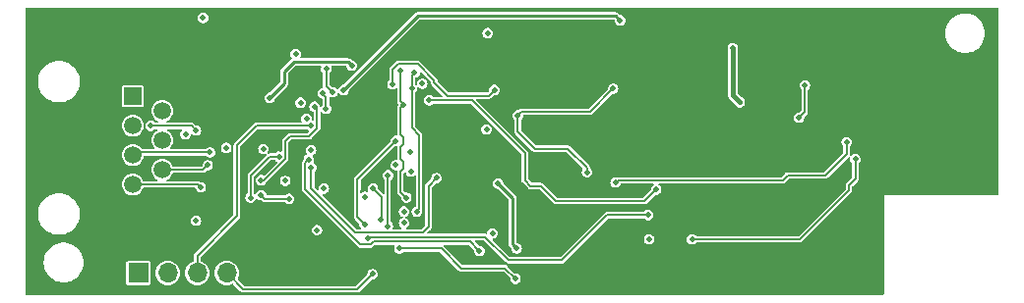
<source format=gbr>
%TF.GenerationSoftware,KiCad,Pcbnew,7.0.5-0*%
%TF.CreationDate,2024-02-03T13:41:04-08:00*%
%TF.ProjectId,transponder-11.9.1,7472616e-7370-46f6-9e64-65722d31312e,rev?*%
%TF.SameCoordinates,Original*%
%TF.FileFunction,Copper,L4,Bot*%
%TF.FilePolarity,Positive*%
%FSLAX46Y46*%
G04 Gerber Fmt 4.6, Leading zero omitted, Abs format (unit mm)*
G04 Created by KiCad (PCBNEW 7.0.5-0) date 2024-02-03 13:41:04*
%MOMM*%
%LPD*%
G01*
G04 APERTURE LIST*
%TA.AperFunction,SMDPad,CuDef*%
%ADD10R,3.900000X1.500000*%
%TD*%
%TA.AperFunction,ComponentPad*%
%ADD11R,1.700000X1.700000*%
%TD*%
%TA.AperFunction,ComponentPad*%
%ADD12O,1.700000X1.700000*%
%TD*%
%TA.AperFunction,ComponentPad*%
%ADD13R,1.500000X1.500000*%
%TD*%
%TA.AperFunction,ComponentPad*%
%ADD14C,1.500000*%
%TD*%
%TA.AperFunction,ComponentPad*%
%ADD15C,0.500000*%
%TD*%
%TA.AperFunction,SMDPad,CuDef*%
%ADD16R,2.600000X2.600000*%
%TD*%
%TA.AperFunction,ViaPad*%
%ADD17C,0.500000*%
%TD*%
%TA.AperFunction,Conductor*%
%ADD18C,0.152000*%
%TD*%
%TA.AperFunction,Conductor*%
%ADD19C,0.254000*%
%TD*%
%TA.AperFunction,Conductor*%
%ADD20C,0.400000*%
%TD*%
G04 APERTURE END LIST*
D10*
%TO.P,J3,G3*%
%TO.N,GND*%
X189127500Y-103900000D03*
%TO.P,J3,G4*%
X189127500Y-98500000D03*
%TD*%
D11*
%TO.P,J2,1,Pin_1*%
%TO.N,+3.3V*%
X117325000Y-111900000D03*
D12*
%TO.P,J2,2,Pin_2*%
%TO.N,SWDIO*%
X119865000Y-111900000D03*
%TO.P,J2,3,Pin_3*%
%TO.N,SWCLK*%
X122405000Y-111900000D03*
%TO.P,J2,4,Pin_4*%
%TO.N,NRST*%
X124945000Y-111900000D03*
%TO.P,J2,5,Pin_5*%
%TO.N,GND*%
X127485000Y-111900000D03*
%TD*%
D13*
%TO.P,J1,1*%
%TO.N,/Connections/V_IN*%
X116850000Y-96650000D03*
D14*
%TO.P,J1,2*%
%TO.N,/Connections/HOST_TX_OFF*%
X119390000Y-97920000D03*
%TO.P,J1,3*%
%TO.N,/Connections/HOST_UART_TX*%
X116850000Y-99190000D03*
%TO.P,J1,4*%
%TO.N,/Connections/HOST_GPS_STATUS*%
X119390000Y-100460000D03*
%TO.P,J1,5*%
%TO.N,/Connections/HOST_UART_RX*%
X116850000Y-101730000D03*
%TO.P,J1,6*%
%TO.N,/Connections/HOST_RX_STATUS*%
X119390000Y-103000000D03*
%TO.P,J1,7*%
%TO.N,/Connections/HOST_TX_STATUS*%
X116850000Y-104270000D03*
%TO.P,J1,8*%
%TO.N,GND*%
X119390000Y-105540000D03*
%TD*%
D15*
%TO.P,U1,21,GND*%
%TO.N,GND*%
X146325000Y-95850000D03*
X146325000Y-93750000D03*
D16*
X145275000Y-94800000D03*
D15*
X144225000Y-95850000D03*
X144225000Y-93750000D03*
%TD*%
%TO.P,U2,21,GND*%
%TO.N,GND*%
X146150000Y-107850000D03*
X146150000Y-105750000D03*
D16*
X145100000Y-106800000D03*
D15*
X144050000Y-107850000D03*
X144050000Y-105750000D03*
%TD*%
D17*
%TO.N,GND*%
X175000000Y-100500000D03*
X144400000Y-94800000D03*
X184300000Y-100000000D03*
X164500000Y-102600000D03*
X134900000Y-101200000D03*
X150100000Y-106000000D03*
X145300000Y-95700000D03*
X181000000Y-101200000D03*
X155300000Y-99700000D03*
X161500000Y-98400000D03*
X122100000Y-91200000D03*
X145100000Y-105900000D03*
X164500000Y-92600000D03*
X114000000Y-90000000D03*
X179200000Y-104900000D03*
X151800000Y-92600000D03*
X169200000Y-100000000D03*
X173400000Y-110100000D03*
X181000000Y-109800000D03*
X182900000Y-102300000D03*
X156700000Y-103400000D03*
X183700000Y-96900000D03*
X161500000Y-100000000D03*
X185100000Y-96900000D03*
X158600000Y-95000000D03*
X186500000Y-96900000D03*
X176100000Y-104800000D03*
X172100000Y-112300000D03*
X189800000Y-104700000D03*
X114000000Y-108000000D03*
X176700000Y-92200000D03*
X167600000Y-92600000D03*
X159900000Y-102600000D03*
X145300000Y-100900000D03*
X126700000Y-96500000D03*
X182100000Y-102400000D03*
X135800000Y-102000000D03*
X172900000Y-94800000D03*
X185400000Y-95600000D03*
X178100000Y-110100000D03*
X186900000Y-94300000D03*
X153200000Y-107800000D03*
X181900000Y-103500000D03*
X163000000Y-100000000D03*
X181000000Y-107600000D03*
X143000000Y-111100000D03*
X172200000Y-96900000D03*
X121800000Y-102200000D03*
X158600000Y-97200000D03*
X114000000Y-93000000D03*
X185600000Y-102300000D03*
X151700000Y-98500000D03*
X177000000Y-112300000D03*
X166100000Y-92600000D03*
X184200000Y-93000000D03*
X175000000Y-92200000D03*
X176200000Y-94800000D03*
X179300000Y-112300000D03*
X184200000Y-102300000D03*
X175800000Y-110100000D03*
X184200000Y-104700000D03*
X154100000Y-98700000D03*
X160000000Y-92600000D03*
X140000000Y-113000000D03*
X191000000Y-96000000D03*
X154600000Y-95000000D03*
X158400000Y-102600000D03*
X182200000Y-99000000D03*
X161000000Y-113000000D03*
X171400000Y-110700000D03*
X172900000Y-92500000D03*
X178800000Y-98300000D03*
X179700000Y-99000000D03*
X167400000Y-102600000D03*
X170000000Y-95100000D03*
X191000000Y-90000000D03*
X172600000Y-102500000D03*
X151800000Y-108600000D03*
X172400000Y-92000000D03*
X148900000Y-92900000D03*
X147200000Y-101600000D03*
X179300000Y-110100000D03*
X150100000Y-108700000D03*
X177000000Y-90000000D03*
X176700000Y-102300000D03*
X173400000Y-92000000D03*
X177200000Y-104900000D03*
X188700000Y-104700000D03*
X142600000Y-102600000D03*
X161500000Y-95000000D03*
X173300000Y-112300000D03*
X158400000Y-101600000D03*
X178400000Y-94800000D03*
X181000000Y-106500000D03*
X173700000Y-100000000D03*
X182800000Y-92900000D03*
X127400000Y-101300000D03*
X182200000Y-97900000D03*
X160000000Y-95000000D03*
X181000000Y-108700000D03*
X148200000Y-93700000D03*
X109000000Y-98000000D03*
X182800000Y-92100000D03*
X178100000Y-112300000D03*
X140200000Y-92100000D03*
X170700000Y-100000000D03*
X137000000Y-91000000D03*
X183000000Y-100000000D03*
X163000000Y-90000000D03*
X183000000Y-104700000D03*
X158400000Y-100700000D03*
X152500000Y-95200000D03*
X109000000Y-113000000D03*
X177000000Y-110100000D03*
X154100000Y-97300000D03*
X151300000Y-105300000D03*
X153100000Y-90300000D03*
X172300000Y-90100000D03*
X148600000Y-96700000D03*
X143100000Y-99100000D03*
X170000000Y-102600000D03*
X164600000Y-95000000D03*
X109000000Y-103000000D03*
X153400000Y-92600000D03*
X178100000Y-102800000D03*
X180900000Y-105200000D03*
X172200000Y-95700000D03*
X157600000Y-101600000D03*
X174500000Y-112300000D03*
X153400000Y-96200000D03*
X150200000Y-96700000D03*
X157000000Y-113000000D03*
X154200000Y-103400000D03*
X114000000Y-103000000D03*
X163000000Y-92600000D03*
X151700000Y-100000000D03*
X170100000Y-92600000D03*
X177300000Y-94800000D03*
X156800000Y-106500000D03*
X180600000Y-94800000D03*
X170100000Y-98300000D03*
X165800000Y-98300000D03*
X172100000Y-110100000D03*
X154100000Y-100000000D03*
X134900000Y-99500000D03*
X135800000Y-98600000D03*
X182100000Y-99900000D03*
X160300000Y-97100000D03*
X125900000Y-96500000D03*
X157000000Y-99600000D03*
X137500000Y-100400000D03*
X146900000Y-103500000D03*
X145200000Y-112600000D03*
X167800000Y-98300000D03*
X166000000Y-102600000D03*
X159800000Y-104800000D03*
X172900000Y-91500000D03*
X173600000Y-94800000D03*
X172200000Y-94800000D03*
X177000000Y-107900000D03*
X144200000Y-106800000D03*
X129400000Y-91600000D03*
X172900000Y-90500000D03*
X141600000Y-92100000D03*
X148500000Y-106000000D03*
X185600000Y-100000000D03*
X164500000Y-100000000D03*
X171400000Y-92600000D03*
X154100000Y-106600000D03*
X114000000Y-113000000D03*
X179700000Y-98200000D03*
X173900000Y-102500000D03*
X136700000Y-99600000D03*
X156500000Y-92600000D03*
X185400000Y-94300000D03*
X181700000Y-104700000D03*
X146200000Y-94800000D03*
X146000000Y-106800000D03*
X114000000Y-98000000D03*
X175800000Y-112300000D03*
X172400000Y-91000000D03*
X179800000Y-92200000D03*
X179300000Y-107900000D03*
X186500000Y-104700000D03*
X173400000Y-90100000D03*
X145100000Y-106800000D03*
X187600000Y-104700000D03*
X172200000Y-100000000D03*
X178300000Y-92200000D03*
X180000000Y-96600000D03*
X129100000Y-94600000D03*
X190800000Y-104700000D03*
X158400000Y-99700000D03*
X177600000Y-101600000D03*
X180900000Y-112300000D03*
X188000000Y-96900000D03*
X161500000Y-92600000D03*
X191000000Y-93000000D03*
X145300000Y-93900000D03*
X109000000Y-90000000D03*
X175900000Y-101500000D03*
X168700000Y-102600000D03*
X175300000Y-104100000D03*
X167600000Y-95100000D03*
X176800000Y-100800000D03*
X136700000Y-101200000D03*
X179700000Y-99900000D03*
X155800000Y-101600000D03*
X172200000Y-96300000D03*
X174600000Y-110100000D03*
X180900000Y-113400000D03*
X151700000Y-101700000D03*
X161500000Y-102600000D03*
X171300000Y-102600000D03*
X154200000Y-105000000D03*
X148700000Y-108600000D03*
X182200000Y-96900000D03*
X151200000Y-97300000D03*
X163100000Y-102600000D03*
X135800000Y-100400000D03*
X179600000Y-102900000D03*
X171400000Y-111600000D03*
X155000000Y-92600000D03*
X157300000Y-100200000D03*
X151700000Y-103400000D03*
X145100000Y-107700000D03*
X156800000Y-95000000D03*
X185400000Y-104700000D03*
X179500000Y-94800000D03*
X189700000Y-96900000D03*
X157000000Y-100800000D03*
X173400000Y-91000000D03*
X134100000Y-100300000D03*
X145300000Y-94800000D03*
X163000000Y-95000000D03*
%TO.N,+3.3V*%
X136831443Y-105319230D03*
X124900000Y-101100000D03*
X148300000Y-104200000D03*
X161300000Y-109000000D03*
X135700000Y-94000000D03*
X149900000Y-109800000D03*
X179046220Y-102063024D03*
X165000000Y-109000000D03*
X147300000Y-99500000D03*
X139491490Y-102600000D03*
X128642814Y-96774500D03*
X147400000Y-91200000D03*
%TO.N,/Connections/MCU_UART_TX*%
X134049500Y-96300000D03*
X133500000Y-94276500D03*
%TO.N,/Connections/MCU_UART_RX*%
X133485172Y-97714828D03*
X133200000Y-96400000D03*
%TO.N,/Connections/GPS_STATUS*%
X132503578Y-97549831D03*
X127900000Y-103900000D03*
%TO.N,/Connections/HOST_TX_OFF*%
X121385000Y-99915000D03*
X122300000Y-107400000D03*
%TO.N,/Connections/HOST_TX_STATUS*%
X122700000Y-104500000D03*
%TO.N,/Connections/HOST_RX_STATUS*%
X123300000Y-102600000D03*
%TO.N,/Connections/HOST_UART_RX*%
X130875000Y-93000000D03*
X123500000Y-101500000D03*
%TO.N,/Connections/HOST_UART_TX*%
X131300000Y-97200000D03*
X122300000Y-99600000D03*
X118400000Y-99200000D03*
%TO.N,Net-(IC1-ADJ{slash}NC)*%
X174700000Y-95700000D03*
X174200000Y-98500000D03*
%TO.N,/Connections/V_IN*%
X122900000Y-89887500D03*
X169100000Y-97175000D03*
X168500000Y-92500000D03*
%TO.N,/GNSS/GPS_EN*%
X139800000Y-109800000D03*
X138206429Y-107296909D03*
X137525500Y-104600000D03*
X149800000Y-112400000D03*
%TO.N,/Receiver/V_LNA*%
X150000000Y-98300000D03*
X158200000Y-96000000D03*
%TO.N,/Connections/RX_STATUS*%
X140700000Y-101500000D03*
X129979145Y-103950224D03*
%TO.N,/MCU/V_PA_BIAS*%
X135000000Y-96100000D03*
X158800000Y-90100000D03*
%TO.N,/MCU/TRX_SDN*%
X147976500Y-96100000D03*
X139200000Y-95600000D03*
%TO.N,/MCU/SPI_SCK*%
X140400000Y-105400000D03*
X140166990Y-97366991D03*
X139900000Y-94400000D03*
%TO.N,/MCU/SPI_MISO*%
X141100000Y-94624500D03*
X140863438Y-95975500D03*
X141300000Y-106600000D03*
%TO.N,/Receiver/V_LNA*%
X155950000Y-103200000D03*
%TO.N,/MCU/SPI_MOSI*%
X141775998Y-95568700D03*
X140200000Y-106600000D03*
%TO.N,/MCU/RX_SDN*%
X132200000Y-101300000D03*
X147810996Y-108479266D03*
%TO.N,/GNSS/GPS_1PPS*%
X136800000Y-107700000D03*
X161200000Y-106900000D03*
X137100000Y-108925500D03*
X139491490Y-100500000D03*
%TO.N,/GNSS/GPS_OUT*%
X142375500Y-97000000D03*
X161900000Y-104700000D03*
%TO.N,/MCU/RX_DATA*%
X143000000Y-103700000D03*
X132209431Y-102800676D03*
%TO.N,/MCU/RX_CS*%
X140200000Y-107599503D03*
X140791812Y-103137929D03*
%TO.N,/MCU/RX_CLK*%
X132000000Y-102100000D03*
X146700000Y-110000000D03*
%TO.N,Net-(U10-D1)*%
X127000000Y-105400000D03*
X129437610Y-101861544D03*
%TO.N,Net-(U5-PB7)*%
X132700000Y-108200000D03*
X133300000Y-104625724D03*
%TO.N,Net-(U10-G2)*%
X128100000Y-101200000D03*
X130300000Y-105500000D03*
X127900000Y-105200000D03*
%TO.N,Net-(D4-K)*%
X178300000Y-100600000D03*
X158400000Y-104100000D03*
%TO.N,SWDIO*%
X131800000Y-98600000D03*
%TO.N,SWCLK*%
X132200000Y-99200000D03*
%TO.N,NRST*%
X138800000Y-107857677D03*
X137500000Y-112000000D03*
X138824980Y-103477484D03*
%TD*%
D18*
%TO.N,/Receiver/V_LNA*%
X155950000Y-103200000D02*
X155950000Y-102806123D01*
X155950000Y-102806123D02*
X154317877Y-101174000D01*
X154317877Y-101174000D02*
X151474000Y-101174000D01*
X151474000Y-101174000D02*
X150000000Y-99700000D01*
X150000000Y-99700000D02*
X150000000Y-98300000D01*
%TO.N,+3.3V*%
X174243877Y-109000000D02*
X165000000Y-109000000D01*
D19*
X129900000Y-94500000D02*
X130700000Y-93700000D01*
X128642814Y-96774500D02*
X129900000Y-95517314D01*
X148300000Y-104200000D02*
X149523000Y-105423000D01*
D18*
X179046220Y-103753780D02*
X178500000Y-104300000D01*
X178500000Y-104743877D02*
X174243877Y-109000000D01*
D19*
X130700000Y-93700000D02*
X135400000Y-93700000D01*
D18*
X179046220Y-102063024D02*
X179046220Y-103753780D01*
D19*
X135400000Y-93700000D02*
X135700000Y-94000000D01*
X149523000Y-105423000D02*
X149523000Y-109423000D01*
X149523000Y-109423000D02*
X149900000Y-109800000D01*
D18*
X178500000Y-104300000D02*
X178500000Y-104743877D01*
D19*
X129900000Y-95517314D02*
X129900000Y-94500000D01*
D18*
%TO.N,/Connections/MCU_UART_TX*%
X133500000Y-94276500D02*
X133500000Y-95750500D01*
X133500000Y-95750500D02*
X134049500Y-96300000D01*
%TO.N,/Connections/MCU_UART_RX*%
X133485172Y-96685172D02*
X133200000Y-96400000D01*
X133485172Y-97714828D02*
X133485172Y-96685172D01*
%TO.N,/Connections/GPS_STATUS*%
X128143031Y-103900000D02*
X129963610Y-102079421D01*
X132726000Y-99417877D02*
X132726000Y-97772253D01*
X132043877Y-100100000D02*
X132726000Y-99417877D01*
X132726000Y-97772253D02*
X132503578Y-97549831D01*
X129963610Y-100536390D02*
X130400000Y-100100000D01*
X130400000Y-100100000D02*
X132043877Y-100100000D01*
X127900000Y-103900000D02*
X128143031Y-103900000D01*
X129963610Y-102079421D02*
X129963610Y-100536390D01*
%TO.N,/Connections/HOST_TX_STATUS*%
X122700000Y-104500000D02*
X122470000Y-104270000D01*
X122470000Y-104270000D02*
X116850000Y-104270000D01*
%TO.N,/Connections/HOST_RX_STATUS*%
X123300000Y-102600000D02*
X122900000Y-103000000D01*
X122900000Y-103000000D02*
X119390000Y-103000000D01*
%TO.N,/Connections/HOST_UART_RX*%
X117080000Y-101500000D02*
X123500000Y-101500000D01*
X116850000Y-101730000D02*
X117080000Y-101500000D01*
%TO.N,/Connections/HOST_UART_TX*%
X118400000Y-99200000D02*
X121900000Y-99200000D01*
X121900000Y-99200000D02*
X122300000Y-99600000D01*
%TO.N,Net-(IC1-ADJ{slash}NC)*%
X174700000Y-98000000D02*
X174700000Y-95700000D01*
X174200000Y-98500000D02*
X174700000Y-98000000D01*
D20*
%TO.N,/Connections/V_IN*%
X168500000Y-92500000D02*
X168500000Y-96575000D01*
X168500000Y-96575000D02*
X169100000Y-97175000D01*
D18*
%TO.N,/GNSS/GPS_EN*%
X138248000Y-105322500D02*
X138248000Y-107300000D01*
X148900000Y-111500000D02*
X149800000Y-112400000D01*
X137525500Y-104600000D02*
X138248000Y-105322500D01*
X138209520Y-107300000D02*
X138206429Y-107296909D01*
X138248000Y-107300000D02*
X138209520Y-107300000D01*
X139800000Y-109800000D02*
X143400000Y-109800000D01*
X143400000Y-109800000D02*
X145100000Y-111500000D01*
X145100000Y-111500000D02*
X148900000Y-111500000D01*
%TO.N,/Receiver/V_LNA*%
X158200000Y-96000000D02*
X156226000Y-97974000D01*
X150326000Y-97974000D02*
X150000000Y-98300000D01*
X156226000Y-97974000D02*
X150326000Y-97974000D01*
D19*
%TO.N,/MCU/V_PA_BIAS*%
X141377000Y-89723000D02*
X135000000Y-96100000D01*
X158800000Y-90100000D02*
X158423000Y-89723000D01*
X158423000Y-89723000D02*
X141377000Y-89723000D01*
D18*
%TO.N,/MCU/TRX_SDN*%
X142800000Y-95300000D02*
X142800000Y-95477000D01*
X142800000Y-95477000D02*
X143923000Y-96600000D01*
X143923000Y-96600000D02*
X147476500Y-96600000D01*
X139200000Y-94356123D02*
X139682123Y-93874000D01*
X141374000Y-93874000D02*
X142800000Y-95300000D01*
X139682123Y-93874000D02*
X141374000Y-93874000D01*
X139200000Y-95600000D02*
X139200000Y-94356123D01*
X147476500Y-96600000D02*
X147976500Y-96100000D01*
%TO.N,/MCU/SPI_SCK*%
X139900000Y-103147499D02*
X139900000Y-104900000D01*
X140166990Y-97366991D02*
X139900000Y-97633981D01*
X139900000Y-102052501D02*
X140167490Y-102319991D01*
X140167490Y-102319991D02*
X140167490Y-102880009D01*
X139900000Y-97633981D02*
X139900000Y-99952501D01*
X140167490Y-100780009D02*
X139900000Y-101047499D01*
X139900000Y-97100001D02*
X139900000Y-94400000D01*
X140167490Y-102880009D02*
X139900000Y-103147499D01*
X139900000Y-104900000D02*
X140400000Y-105400000D01*
X140167490Y-100219991D02*
X140167490Y-100780009D01*
X139900000Y-101047499D02*
X139900000Y-102052501D01*
X140166990Y-97366991D02*
X139900000Y-97100001D01*
X139900000Y-99952501D02*
X140167490Y-100219991D01*
%TO.N,/MCU/SPI_MISO*%
X140863438Y-95975500D02*
X140863438Y-99363438D01*
X141500000Y-106400000D02*
X141300000Y-106600000D01*
X140863438Y-99363438D02*
X141500000Y-100000000D01*
X140863438Y-94861062D02*
X141100000Y-94624500D01*
X140863438Y-95975500D02*
X140863438Y-94861062D01*
X141500000Y-100000000D02*
X141500000Y-106400000D01*
%TO.N,/GNSS/GPS_1PPS*%
X153800000Y-110800000D02*
X157700000Y-106900000D01*
X136155443Y-107055443D02*
X136155443Y-104644557D01*
X136155443Y-104644557D02*
X136200000Y-104600000D01*
X136200000Y-103791490D02*
X139491490Y-100500000D01*
X137225500Y-108800000D02*
X147197245Y-108800000D01*
X136800000Y-107700000D02*
X136155443Y-107055443D01*
X149197245Y-110800000D02*
X153800000Y-110800000D01*
X147197245Y-108800000D02*
X149197245Y-110800000D01*
X157700000Y-106900000D02*
X161200000Y-106900000D01*
X137100000Y-108925500D02*
X137225500Y-108800000D01*
X136200000Y-104600000D02*
X136200000Y-103791490D01*
%TO.N,/GNSS/GPS_OUT*%
X153300000Y-105700000D02*
X160000000Y-105700000D01*
X150600000Y-103100000D02*
X150600000Y-103900000D01*
X160000000Y-105700000D02*
X160900000Y-105700000D01*
X150600000Y-101556009D02*
X150600000Y-103100000D01*
X151100000Y-104400000D02*
X152000000Y-104400000D01*
X146043991Y-97000000D02*
X150600000Y-101556009D01*
X152000000Y-104400000D02*
X153300000Y-105700000D01*
X160900000Y-105700000D02*
X161900000Y-104700000D01*
X150600000Y-103900000D02*
X151100000Y-104400000D01*
X142375500Y-97000000D02*
X146043991Y-97000000D01*
%TO.N,/MCU/RX_DATA*%
X142300000Y-104400000D02*
X143000000Y-103700000D01*
X141800000Y-108400000D02*
X142300000Y-107900000D01*
X142300000Y-107900000D02*
X142300000Y-104400000D01*
X136000000Y-108400000D02*
X141800000Y-108400000D01*
X132209431Y-102800676D02*
X132209431Y-104609431D01*
X132209431Y-104609431D02*
X136000000Y-108400000D01*
%TO.N,/MCU/RX_CLK*%
X145900000Y-109200000D02*
X146700000Y-110000000D01*
X137317877Y-109451500D02*
X137569377Y-109200000D01*
X132000000Y-102100000D02*
X131683431Y-102416569D01*
X131683431Y-102416569D02*
X131683431Y-104683431D01*
X131683431Y-104683431D02*
X136451500Y-109451500D01*
X137569377Y-109200000D02*
X145900000Y-109200000D01*
X136451500Y-109451500D02*
X137317877Y-109451500D01*
%TO.N,Net-(U10-D1)*%
X127000000Y-105400000D02*
X127000000Y-103500000D01*
X128638456Y-101861544D02*
X129437610Y-101861544D01*
X127000000Y-103500000D02*
X128638456Y-101861544D01*
%TO.N,Net-(U10-G2)*%
X128200000Y-105500000D02*
X127900000Y-105200000D01*
X130300000Y-105500000D02*
X128200000Y-105500000D01*
%TO.N,Net-(D4-K)*%
X172800000Y-103900000D02*
X173226000Y-103474000D01*
X176469877Y-103474000D02*
X178300000Y-101643877D01*
X158700000Y-103900000D02*
X158600000Y-103900000D01*
X173226000Y-103474000D02*
X176469877Y-103474000D01*
X178300000Y-101643877D02*
X178300000Y-100600000D01*
X158600000Y-103900000D02*
X158400000Y-104100000D01*
X158700000Y-103900000D02*
X172800000Y-103900000D01*
%TO.N,SWCLK*%
X125800000Y-100900000D02*
X125800000Y-107000000D01*
X125800000Y-107000000D02*
X122405000Y-110395000D01*
X127500000Y-99200000D02*
X125800000Y-100900000D01*
X132200000Y-99200000D02*
X127500000Y-99200000D01*
X122405000Y-110395000D02*
X122405000Y-111900000D01*
%TO.N,NRST*%
X138800000Y-103502464D02*
X138800000Y-107857677D01*
X138824980Y-103477484D02*
X138800000Y-103502464D01*
X126345000Y-113300000D02*
X124945000Y-111900000D01*
X137500000Y-112000000D02*
X136200000Y-113300000D01*
X136200000Y-113300000D02*
X126345000Y-113300000D01*
%TD*%
%TA.AperFunction,Conductor*%
%TO.N,GND*%
G36*
X191372709Y-89018047D02*
G01*
X191398361Y-89062476D01*
X191399500Y-89075500D01*
X191399500Y-105125000D01*
X191381953Y-105173209D01*
X191337524Y-105198861D01*
X191324500Y-105200000D01*
X181500000Y-105200000D01*
X181500000Y-113724500D01*
X181482453Y-113772709D01*
X181438024Y-113798361D01*
X181425000Y-113799500D01*
X107675500Y-113799500D01*
X107627291Y-113781953D01*
X107601639Y-113737524D01*
X107600500Y-113724500D01*
X107600500Y-112769748D01*
X116274500Y-112769748D01*
X116286132Y-112828230D01*
X116330447Y-112894551D01*
X116330448Y-112894552D01*
X116396769Y-112938867D01*
X116455251Y-112950500D01*
X116455252Y-112950500D01*
X118194749Y-112950500D01*
X118223989Y-112944683D01*
X118253231Y-112938867D01*
X118319552Y-112894552D01*
X118363867Y-112828231D01*
X118375500Y-112769748D01*
X118375500Y-111900000D01*
X118809417Y-111900000D01*
X118829699Y-112105930D01*
X118829699Y-112105932D01*
X118829700Y-112105934D01*
X118889768Y-112303954D01*
X118973577Y-112460748D01*
X118987315Y-112486450D01*
X119079692Y-112599013D01*
X119118590Y-112646410D01*
X119278550Y-112777685D01*
X119461046Y-112875232D01*
X119659066Y-112935300D01*
X119865000Y-112955583D01*
X120070934Y-112935300D01*
X120268954Y-112875232D01*
X120451450Y-112777685D01*
X120611410Y-112646410D01*
X120742685Y-112486450D01*
X120840232Y-112303954D01*
X120900300Y-112105934D01*
X120920583Y-111900000D01*
X121349417Y-111900000D01*
X121369699Y-112105930D01*
X121369699Y-112105932D01*
X121369700Y-112105934D01*
X121429768Y-112303954D01*
X121513577Y-112460748D01*
X121527315Y-112486450D01*
X121619692Y-112599013D01*
X121658590Y-112646410D01*
X121818550Y-112777685D01*
X122001046Y-112875232D01*
X122199066Y-112935300D01*
X122405000Y-112955583D01*
X122610934Y-112935300D01*
X122808954Y-112875232D01*
X122991450Y-112777685D01*
X123151410Y-112646410D01*
X123282685Y-112486450D01*
X123380232Y-112303954D01*
X123440300Y-112105934D01*
X123460583Y-111900000D01*
X123460583Y-111899999D01*
X123889417Y-111899999D01*
X123909699Y-112105930D01*
X123909699Y-112105932D01*
X123909700Y-112105934D01*
X123969768Y-112303954D01*
X124053577Y-112460748D01*
X124067315Y-112486450D01*
X124159692Y-112599013D01*
X124198590Y-112646410D01*
X124358550Y-112777685D01*
X124541046Y-112875232D01*
X124739066Y-112935300D01*
X124945000Y-112955583D01*
X125150934Y-112935300D01*
X125348954Y-112875232D01*
X125348956Y-112875230D01*
X125348959Y-112875230D01*
X125417359Y-112838668D01*
X125468147Y-112831416D01*
X125505748Y-112851778D01*
X126125004Y-113471034D01*
X126134330Y-113482397D01*
X126145654Y-113499344D01*
X126145655Y-113499345D01*
X126167824Y-113514158D01*
X126167832Y-113514164D01*
X126168742Y-113514772D01*
X126214798Y-113545545D01*
X126227863Y-113554274D01*
X126234000Y-113559837D01*
X126237115Y-113560456D01*
X126237115Y-113560457D01*
X126290596Y-113571095D01*
X126319420Y-113576829D01*
X126319437Y-113576831D01*
X126345000Y-113581916D01*
X126364985Y-113577940D01*
X126379615Y-113576500D01*
X136165385Y-113576500D01*
X136180014Y-113577940D01*
X136200000Y-113581916D01*
X136227229Y-113576500D01*
X136227233Y-113576500D01*
X136307885Y-113560457D01*
X136307884Y-113560456D01*
X136321088Y-113557830D01*
X136330199Y-113545546D01*
X136376258Y-113514772D01*
X136376257Y-113514772D01*
X136384378Y-113509347D01*
X136384383Y-113509341D01*
X136399345Y-113499345D01*
X136410669Y-113482397D01*
X136419989Y-113471039D01*
X137418562Y-112472467D01*
X137465059Y-112450785D01*
X137471596Y-112450500D01*
X137564772Y-112450500D01*
X137689066Y-112414005D01*
X137689066Y-112414004D01*
X137689069Y-112414004D01*
X137798049Y-112343967D01*
X137882882Y-112246063D01*
X137936697Y-112128226D01*
X137955133Y-112000000D01*
X137936697Y-111871774D01*
X137882882Y-111753937D01*
X137798049Y-111656033D01*
X137798048Y-111656032D01*
X137798047Y-111656031D01*
X137689068Y-111585995D01*
X137689066Y-111585994D01*
X137564772Y-111549500D01*
X137435228Y-111549500D01*
X137310933Y-111585994D01*
X137310931Y-111585995D01*
X137201952Y-111656031D01*
X137117116Y-111753939D01*
X137063304Y-111871770D01*
X137063303Y-111871772D01*
X137063303Y-111871774D01*
X137044867Y-112000000D01*
X137044867Y-112000001D01*
X137047582Y-112018885D01*
X137037074Y-112069100D01*
X137026378Y-112082590D01*
X136107437Y-113001533D01*
X136060941Y-113023215D01*
X136054404Y-113023500D01*
X126490596Y-113023500D01*
X126442387Y-113005953D01*
X126437563Y-113001533D01*
X125896778Y-112460748D01*
X125875096Y-112414252D01*
X125883668Y-112372359D01*
X125920230Y-112303959D01*
X125920232Y-112303954D01*
X125980300Y-112105934D01*
X126000583Y-111900000D01*
X125980300Y-111694066D01*
X125920232Y-111496046D01*
X125822685Y-111313550D01*
X125691410Y-111153590D01*
X125604074Y-111081916D01*
X125531450Y-111022315D01*
X125507179Y-111009342D01*
X125348954Y-110924768D01*
X125150934Y-110864700D01*
X125150932Y-110864699D01*
X125150930Y-110864699D01*
X124973788Y-110847252D01*
X124945000Y-110844417D01*
X124944999Y-110844417D01*
X124739069Y-110864699D01*
X124541045Y-110924768D01*
X124541044Y-110924769D01*
X124358549Y-111022315D01*
X124198590Y-111153589D01*
X124198589Y-111153590D01*
X124067315Y-111313549D01*
X123969769Y-111496044D01*
X123969768Y-111496045D01*
X123909699Y-111694069D01*
X123889417Y-111899999D01*
X123460583Y-111899999D01*
X123440300Y-111694066D01*
X123380232Y-111496046D01*
X123282685Y-111313550D01*
X123151410Y-111153590D01*
X123064074Y-111081916D01*
X122991450Y-111022315D01*
X122808954Y-110924767D01*
X122734727Y-110902251D01*
X122693688Y-110871466D01*
X122681499Y-110830483D01*
X122681499Y-110540594D01*
X122699046Y-110492386D01*
X122703455Y-110487573D01*
X124991028Y-108200000D01*
X132244867Y-108200000D01*
X132263303Y-108328226D01*
X132263303Y-108328227D01*
X132263304Y-108328229D01*
X132317116Y-108446060D01*
X132317117Y-108446061D01*
X132317118Y-108446063D01*
X132398118Y-108539543D01*
X132401952Y-108543968D01*
X132510931Y-108614004D01*
X132510933Y-108614005D01*
X132635228Y-108650500D01*
X132764772Y-108650500D01*
X132889066Y-108614005D01*
X132889066Y-108614004D01*
X132889069Y-108614004D01*
X132998049Y-108543967D01*
X133082882Y-108446063D01*
X133136697Y-108328226D01*
X133155133Y-108200000D01*
X133136697Y-108071774D01*
X133082882Y-107953937D01*
X132998049Y-107856033D01*
X132998048Y-107856032D01*
X132998047Y-107856031D01*
X132889068Y-107785995D01*
X132889066Y-107785994D01*
X132764772Y-107749500D01*
X132635228Y-107749500D01*
X132510933Y-107785994D01*
X132510931Y-107785995D01*
X132401952Y-107856031D01*
X132317116Y-107953939D01*
X132263304Y-108071770D01*
X132263303Y-108071772D01*
X132263303Y-108071774D01*
X132244867Y-108200000D01*
X124991028Y-108200000D01*
X125971039Y-107219989D01*
X125982398Y-107210667D01*
X125999345Y-107199345D01*
X126014770Y-107176259D01*
X126014772Y-107176258D01*
X126060457Y-107107885D01*
X126065471Y-107082676D01*
X126076500Y-107027233D01*
X126076500Y-107027228D01*
X126081916Y-107000000D01*
X126077941Y-106980015D01*
X126076500Y-106965384D01*
X126076500Y-101045596D01*
X126094047Y-100997387D01*
X126098467Y-100992563D01*
X127592563Y-99498467D01*
X127639059Y-99476785D01*
X127645596Y-99476500D01*
X131809240Y-99476500D01*
X131857449Y-99494047D01*
X131865916Y-99502380D01*
X131897193Y-99538476D01*
X131901952Y-99543968D01*
X131918915Y-99554869D01*
X132010504Y-99613730D01*
X132041574Y-99654553D01*
X132039133Y-99705798D01*
X132022990Y-99729855D01*
X131951315Y-99801532D01*
X131904819Y-99823215D01*
X131898281Y-99823500D01*
X130434620Y-99823500D01*
X130419989Y-99822059D01*
X130400000Y-99818083D01*
X130399999Y-99818083D01*
X130399998Y-99818083D01*
X130378697Y-99822319D01*
X130378688Y-99822322D01*
X130292115Y-99839542D01*
X130269178Y-99854869D01*
X130225223Y-99884238D01*
X130225193Y-99884257D01*
X130200653Y-99900656D01*
X130189329Y-99917602D01*
X130180005Y-99928963D01*
X129792573Y-100316395D01*
X129781212Y-100325719D01*
X129764266Y-100337043D01*
X129747862Y-100361590D01*
X129747846Y-100361617D01*
X129703153Y-100428503D01*
X129686512Y-100512160D01*
X129686510Y-100512174D01*
X129681694Y-100536387D01*
X129681694Y-100536389D01*
X129681694Y-100536390D01*
X129685669Y-100556373D01*
X129687110Y-100571005D01*
X129687110Y-101365096D01*
X129669563Y-101413305D01*
X129625134Y-101438957D01*
X129590981Y-101437058D01*
X129502382Y-101411044D01*
X129372838Y-101411044D01*
X129248543Y-101447538D01*
X129248541Y-101447539D01*
X129139562Y-101517575D01*
X129129362Y-101529347D01*
X129103530Y-101559158D01*
X129058701Y-101584102D01*
X129046850Y-101585044D01*
X128673076Y-101585044D01*
X128658445Y-101583603D01*
X128638456Y-101579627D01*
X128638455Y-101579627D01*
X128638454Y-101579627D01*
X128617153Y-101583863D01*
X128617144Y-101583866D01*
X128525245Y-101602146D01*
X128474539Y-101594342D01*
X128440712Y-101555770D01*
X128439593Y-101504479D01*
X128453929Y-101479476D01*
X128482882Y-101446063D01*
X128536697Y-101328226D01*
X128555133Y-101200000D01*
X128536697Y-101071774D01*
X128492343Y-100974653D01*
X128482883Y-100953939D01*
X128482882Y-100953938D01*
X128482882Y-100953937D01*
X128398049Y-100856033D01*
X128398048Y-100856032D01*
X128398047Y-100856031D01*
X128289068Y-100785995D01*
X128289066Y-100785994D01*
X128164772Y-100749500D01*
X128035228Y-100749500D01*
X127910933Y-100785994D01*
X127910931Y-100785995D01*
X127801952Y-100856031D01*
X127717116Y-100953939D01*
X127663304Y-101071770D01*
X127663303Y-101071772D01*
X127663303Y-101071774D01*
X127644867Y-101200000D01*
X127663303Y-101328226D01*
X127663303Y-101328227D01*
X127663304Y-101328229D01*
X127717116Y-101446060D01*
X127717117Y-101446061D01*
X127717118Y-101446063D01*
X127789283Y-101529347D01*
X127801952Y-101543968D01*
X127910931Y-101614004D01*
X127910933Y-101614005D01*
X128035228Y-101650500D01*
X128164772Y-101650500D01*
X128289069Y-101614004D01*
X128289075Y-101613999D01*
X128289891Y-101613628D01*
X128290521Y-101613577D01*
X128294216Y-101612493D01*
X128294442Y-101613265D01*
X128341032Y-101609555D01*
X128382826Y-101639309D01*
X128395717Y-101688966D01*
X128374089Y-101734879D01*
X126828963Y-103280005D01*
X126817602Y-103289329D01*
X126800656Y-103300653D01*
X126783922Y-103325696D01*
X126770012Y-103346515D01*
X126739542Y-103392115D01*
X126722902Y-103475770D01*
X126722900Y-103475784D01*
X126718084Y-103499997D01*
X126718084Y-103500003D01*
X126722058Y-103519986D01*
X126723499Y-103534615D01*
X126723499Y-105003191D01*
X126705952Y-105051400D01*
X126705181Y-105052305D01*
X126617116Y-105153939D01*
X126563304Y-105271770D01*
X126563303Y-105271772D01*
X126563303Y-105271774D01*
X126552925Y-105343955D01*
X126545728Y-105394015D01*
X126544867Y-105400000D01*
X126563303Y-105528226D01*
X126563303Y-105528227D01*
X126563304Y-105528229D01*
X126617116Y-105646060D01*
X126617117Y-105646061D01*
X126617118Y-105646063D01*
X126701951Y-105743967D01*
X126701952Y-105743968D01*
X126810931Y-105814004D01*
X126810933Y-105814005D01*
X126935228Y-105850500D01*
X127064772Y-105850500D01*
X127189066Y-105814005D01*
X127189066Y-105814004D01*
X127189069Y-105814004D01*
X127298049Y-105743967D01*
X127382882Y-105646063D01*
X127436697Y-105528226D01*
X127438926Y-105523346D01*
X127440315Y-105523980D01*
X127466772Y-105488026D01*
X127516626Y-105475916D01*
X127562600Y-105498684D01*
X127565012Y-105501337D01*
X127588312Y-105528226D01*
X127601952Y-105543968D01*
X127710931Y-105614004D01*
X127710933Y-105614005D01*
X127835228Y-105650500D01*
X127927929Y-105650500D01*
X127976138Y-105668047D01*
X127990288Y-105683831D01*
X128000653Y-105699343D01*
X128000655Y-105699345D01*
X128020610Y-105712679D01*
X128020611Y-105712679D01*
X128020646Y-105712703D01*
X128023740Y-105714770D01*
X128023742Y-105714772D01*
X128083752Y-105754869D01*
X128092115Y-105760457D01*
X128174420Y-105776829D01*
X128174437Y-105776831D01*
X128200000Y-105781916D01*
X128219985Y-105777940D01*
X128234615Y-105776500D01*
X129909240Y-105776500D01*
X129957449Y-105794047D01*
X129965916Y-105802380D01*
X130001951Y-105843967D01*
X130001952Y-105843968D01*
X130110931Y-105914004D01*
X130110933Y-105914005D01*
X130235228Y-105950500D01*
X130364772Y-105950500D01*
X130489066Y-105914005D01*
X130489066Y-105914004D01*
X130489069Y-105914004D01*
X130598049Y-105843967D01*
X130682882Y-105746063D01*
X130736697Y-105628226D01*
X130755133Y-105500000D01*
X130736697Y-105371774D01*
X130682882Y-105253937D01*
X130598049Y-105156033D01*
X130598048Y-105156032D01*
X130598047Y-105156031D01*
X130489068Y-105085995D01*
X130489066Y-105085994D01*
X130364772Y-105049500D01*
X130235228Y-105049500D01*
X130110933Y-105085994D01*
X130110931Y-105085995D01*
X130001952Y-105156031D01*
X129999229Y-105159174D01*
X129965920Y-105197614D01*
X129921091Y-105222558D01*
X129909240Y-105223500D01*
X128423500Y-105223500D01*
X128375291Y-105205953D01*
X128349639Y-105161524D01*
X128349263Y-105159174D01*
X128349060Y-105157761D01*
X128336697Y-105071774D01*
X128282882Y-104953937D01*
X128198049Y-104856033D01*
X128198048Y-104856032D01*
X128198047Y-104856031D01*
X128089068Y-104785995D01*
X128089066Y-104785994D01*
X127964772Y-104749500D01*
X127835228Y-104749500D01*
X127710933Y-104785994D01*
X127710931Y-104785995D01*
X127601952Y-104856031D01*
X127517116Y-104953939D01*
X127461074Y-105076654D01*
X127459688Y-105076021D01*
X127433208Y-105111986D01*
X127383351Y-105124081D01*
X127337384Y-105101299D01*
X127334982Y-105098657D01*
X127324011Y-105085996D01*
X127298049Y-105056033D01*
X127294818Y-105052304D01*
X127276509Y-105004379D01*
X127276500Y-105003190D01*
X127276500Y-104683433D01*
X131401515Y-104683433D01*
X131406212Y-104707050D01*
X131421103Y-104781913D01*
X131422974Y-104791316D01*
X131463362Y-104851762D01*
X131468660Y-104859690D01*
X131468660Y-104859692D01*
X131484084Y-104882774D01*
X131484085Y-104882775D01*
X131501029Y-104894097D01*
X131512394Y-104903424D01*
X136231504Y-109622534D01*
X136240830Y-109633897D01*
X136252155Y-109650845D01*
X136272110Y-109664179D01*
X136272111Y-109664179D01*
X136272146Y-109664203D01*
X136275241Y-109666271D01*
X136275242Y-109666272D01*
X136343615Y-109711957D01*
X136451500Y-109733417D01*
X136471489Y-109729440D01*
X136486120Y-109728000D01*
X137283262Y-109728000D01*
X137297891Y-109729440D01*
X137317877Y-109733416D01*
X137345106Y-109728000D01*
X137345110Y-109728000D01*
X137425762Y-109711957D01*
X137427197Y-109710998D01*
X137494135Y-109666272D01*
X137494135Y-109666271D01*
X137502258Y-109660844D01*
X137502260Y-109660842D01*
X137505191Y-109658883D01*
X137517222Y-109650845D01*
X137528546Y-109633897D01*
X137537866Y-109622539D01*
X137661939Y-109498467D01*
X137708437Y-109476785D01*
X137714973Y-109476500D01*
X139335780Y-109476500D01*
X139383989Y-109494047D01*
X139409641Y-109538476D01*
X139404002Y-109582656D01*
X139402477Y-109585996D01*
X139363304Y-109671770D01*
X139363303Y-109671772D01*
X139363303Y-109671774D01*
X139344867Y-109800000D01*
X139363303Y-109928226D01*
X139363303Y-109928227D01*
X139363304Y-109928229D01*
X139417116Y-110046060D01*
X139417117Y-110046061D01*
X139417118Y-110046063D01*
X139473643Y-110111297D01*
X139501952Y-110143968D01*
X139610931Y-110214004D01*
X139610933Y-110214005D01*
X139735228Y-110250500D01*
X139864772Y-110250500D01*
X139989066Y-110214005D01*
X139989066Y-110214004D01*
X139989069Y-110214004D01*
X140098049Y-110143967D01*
X140134079Y-110102385D01*
X140178909Y-110077442D01*
X140190760Y-110076500D01*
X143254404Y-110076500D01*
X143302613Y-110094047D01*
X143307437Y-110098467D01*
X144880004Y-111671034D01*
X144889330Y-111682397D01*
X144900655Y-111699345D01*
X144920610Y-111712679D01*
X144920611Y-111712679D01*
X144920646Y-111712703D01*
X144960816Y-111739544D01*
X144960815Y-111739544D01*
X144992113Y-111760456D01*
X144992115Y-111760457D01*
X145054576Y-111772881D01*
X145074420Y-111776829D01*
X145074437Y-111776831D01*
X145100000Y-111781916D01*
X145119985Y-111777940D01*
X145134615Y-111776500D01*
X148754404Y-111776500D01*
X148802613Y-111794047D01*
X148807437Y-111798467D01*
X149326378Y-112317409D01*
X149348060Y-112363905D01*
X149347582Y-112381113D01*
X149344867Y-112400000D01*
X149363303Y-112528226D01*
X149363303Y-112528227D01*
X149363304Y-112528229D01*
X149417116Y-112646060D01*
X149417117Y-112646061D01*
X149417118Y-112646063D01*
X149475076Y-112712951D01*
X149501952Y-112743968D01*
X149610931Y-112814004D01*
X149610933Y-112814005D01*
X149735228Y-112850500D01*
X149864772Y-112850500D01*
X149989066Y-112814005D01*
X149989066Y-112814004D01*
X149989069Y-112814004D01*
X150098049Y-112743967D01*
X150182882Y-112646063D01*
X150236697Y-112528226D01*
X150255133Y-112400000D01*
X150236697Y-112271774D01*
X150182882Y-112153937D01*
X150098049Y-112056033D01*
X150098048Y-112056032D01*
X150098047Y-112056031D01*
X149989068Y-111985995D01*
X149989066Y-111985994D01*
X149864772Y-111949500D01*
X149771597Y-111949500D01*
X149723388Y-111931953D01*
X149718564Y-111927533D01*
X149119993Y-111328963D01*
X149110665Y-111317597D01*
X149099344Y-111300654D01*
X149099343Y-111300653D01*
X149076261Y-111285229D01*
X149076259Y-111285229D01*
X149076258Y-111285228D01*
X149007885Y-111239543D01*
X149007884Y-111239542D01*
X148923619Y-111222781D01*
X148923618Y-111222781D01*
X148900002Y-111218084D01*
X148900001Y-111218084D01*
X148900000Y-111218084D01*
X148880014Y-111222059D01*
X148865385Y-111223500D01*
X145245596Y-111223500D01*
X145197387Y-111205953D01*
X145192563Y-111201533D01*
X143619993Y-109628963D01*
X143610666Y-109617598D01*
X143595241Y-109594513D01*
X143597764Y-109592826D01*
X143581541Y-109558037D01*
X143594820Y-109508482D01*
X143636845Y-109479056D01*
X143656256Y-109476500D01*
X145754404Y-109476500D01*
X145802613Y-109494047D01*
X145807437Y-109498467D01*
X146226378Y-109917408D01*
X146248060Y-109963904D01*
X146247582Y-109981112D01*
X146244867Y-109999997D01*
X146244867Y-110000000D01*
X146263303Y-110128226D01*
X146263303Y-110128227D01*
X146263304Y-110128229D01*
X146317116Y-110246060D01*
X146317117Y-110246061D01*
X146317118Y-110246063D01*
X146375628Y-110313588D01*
X146401952Y-110343968D01*
X146510931Y-110414004D01*
X146510933Y-110414005D01*
X146635228Y-110450500D01*
X146764772Y-110450500D01*
X146889066Y-110414005D01*
X146889066Y-110414004D01*
X146889069Y-110414004D01*
X146998049Y-110343967D01*
X147082882Y-110246063D01*
X147136697Y-110128226D01*
X147155133Y-110000000D01*
X147136697Y-109871774D01*
X147082882Y-109753937D01*
X146998049Y-109656033D01*
X146998048Y-109656032D01*
X146998047Y-109656031D01*
X146889068Y-109585995D01*
X146889066Y-109585994D01*
X146764772Y-109549500D01*
X146671596Y-109549500D01*
X146623387Y-109531953D01*
X146618563Y-109527533D01*
X146295563Y-109204533D01*
X146273881Y-109158037D01*
X146287160Y-109108482D01*
X146329185Y-109079056D01*
X146348596Y-109076500D01*
X147051649Y-109076500D01*
X147099858Y-109094047D01*
X147104682Y-109098467D01*
X148977249Y-110971034D01*
X148986575Y-110982397D01*
X148997899Y-110999344D01*
X148997900Y-110999345D01*
X149020069Y-111014158D01*
X149020077Y-111014164D01*
X149044155Y-111030252D01*
X149089360Y-111060457D01*
X149171665Y-111076829D01*
X149171682Y-111076831D01*
X149197245Y-111081916D01*
X149217230Y-111077940D01*
X149231860Y-111076500D01*
X153765385Y-111076500D01*
X153780014Y-111077940D01*
X153800000Y-111081916D01*
X153827229Y-111076500D01*
X153827233Y-111076500D01*
X153907885Y-111060457D01*
X153953090Y-111030252D01*
X153953092Y-111030251D01*
X153984380Y-111009345D01*
X153984383Y-111009342D01*
X153998360Y-111000003D01*
X153999345Y-110999345D01*
X154010669Y-110982397D01*
X154019989Y-110971039D01*
X155991029Y-109000000D01*
X160844867Y-109000000D01*
X160863303Y-109128226D01*
X160863303Y-109128227D01*
X160863304Y-109128229D01*
X160917116Y-109246060D01*
X160917117Y-109246061D01*
X160917118Y-109246063D01*
X160987710Y-109327532D01*
X161001952Y-109343968D01*
X161110931Y-109414004D01*
X161110933Y-109414005D01*
X161235228Y-109450500D01*
X161364772Y-109450500D01*
X161489066Y-109414005D01*
X161489066Y-109414004D01*
X161489069Y-109414004D01*
X161598049Y-109343967D01*
X161682882Y-109246063D01*
X161736697Y-109128226D01*
X161755133Y-109000000D01*
X161736697Y-108871774D01*
X161695998Y-108782656D01*
X161682883Y-108753939D01*
X161682882Y-108753938D01*
X161682882Y-108753937D01*
X161598049Y-108656033D01*
X161598048Y-108656032D01*
X161598047Y-108656031D01*
X161489068Y-108585995D01*
X161489066Y-108585994D01*
X161364772Y-108549500D01*
X161235228Y-108549500D01*
X161110933Y-108585994D01*
X161110931Y-108585995D01*
X161001952Y-108656031D01*
X160917116Y-108753939D01*
X160863304Y-108871770D01*
X160863303Y-108871772D01*
X160863303Y-108871774D01*
X160844867Y-109000000D01*
X155991029Y-109000000D01*
X157792562Y-107198467D01*
X157839059Y-107176785D01*
X157845596Y-107176500D01*
X160809240Y-107176500D01*
X160857449Y-107194047D01*
X160865916Y-107202380D01*
X160891541Y-107231953D01*
X160901952Y-107243968D01*
X161010931Y-107314004D01*
X161010933Y-107314005D01*
X161135228Y-107350500D01*
X161264772Y-107350500D01*
X161389066Y-107314005D01*
X161389066Y-107314004D01*
X161389069Y-107314004D01*
X161498049Y-107243967D01*
X161582882Y-107146063D01*
X161636697Y-107028226D01*
X161655133Y-106900000D01*
X161636697Y-106771774D01*
X161582882Y-106653937D01*
X161498049Y-106556033D01*
X161498048Y-106556032D01*
X161498047Y-106556031D01*
X161389068Y-106485995D01*
X161389066Y-106485994D01*
X161264772Y-106449500D01*
X161135228Y-106449500D01*
X161010933Y-106485994D01*
X161010931Y-106485995D01*
X160901952Y-106556031D01*
X160885169Y-106575399D01*
X160865920Y-106597614D01*
X160821091Y-106622558D01*
X160809240Y-106623500D01*
X157734615Y-106623500D01*
X157719985Y-106622059D01*
X157700000Y-106618084D01*
X157699999Y-106618084D01*
X157699997Y-106618084D01*
X157675784Y-106622900D01*
X157675770Y-106622902D01*
X157592113Y-106639543D01*
X157525227Y-106684236D01*
X157525200Y-106684252D01*
X157500653Y-106700656D01*
X157489329Y-106717602D01*
X157480005Y-106728963D01*
X153707437Y-110501533D01*
X153660941Y-110523215D01*
X153654404Y-110523500D01*
X149342841Y-110523500D01*
X149294632Y-110505953D01*
X149289808Y-110501533D01*
X147843223Y-109054948D01*
X147821541Y-109008452D01*
X147834820Y-108958897D01*
X147875127Y-108929953D01*
X147875764Y-108929766D01*
X147875768Y-108929766D01*
X148000065Y-108893270D01*
X148109045Y-108823233D01*
X148193878Y-108725329D01*
X148247693Y-108607492D01*
X148266129Y-108479266D01*
X148247693Y-108351040D01*
X148193878Y-108233203D01*
X148109045Y-108135299D01*
X148109044Y-108135298D01*
X148109043Y-108135297D01*
X148000064Y-108065261D01*
X148000062Y-108065260D01*
X147875768Y-108028766D01*
X147746224Y-108028766D01*
X147621929Y-108065260D01*
X147621927Y-108065261D01*
X147512948Y-108135297D01*
X147428112Y-108233205D01*
X147374300Y-108351036D01*
X147374299Y-108351038D01*
X147374299Y-108351040D01*
X147365678Y-108411000D01*
X147357288Y-108469355D01*
X147333058Y-108514576D01*
X147285430Y-108533643D01*
X147268420Y-108532240D01*
X147221440Y-108522895D01*
X147221427Y-108522893D01*
X147197247Y-108518084D01*
X147197246Y-108518084D01*
X147197245Y-108518084D01*
X147177259Y-108522059D01*
X147162630Y-108523500D01*
X142248596Y-108523500D01*
X142200387Y-108505953D01*
X142174735Y-108461524D01*
X142183644Y-108411000D01*
X142195563Y-108395467D01*
X142391030Y-108199999D01*
X142471039Y-108119989D01*
X142482398Y-108110667D01*
X142499345Y-108099345D01*
X142514770Y-108076259D01*
X142514772Y-108076258D01*
X142560457Y-108007885D01*
X142581917Y-107900000D01*
X142577941Y-107880010D01*
X142576500Y-107865379D01*
X142576500Y-104545595D01*
X142594047Y-104497386D01*
X142598467Y-104492562D01*
X142891030Y-104200000D01*
X147844867Y-104200000D01*
X147863303Y-104328226D01*
X147863303Y-104328227D01*
X147863304Y-104328229D01*
X147917116Y-104446060D01*
X147917117Y-104446061D01*
X147917118Y-104446063D01*
X147989073Y-104529105D01*
X148001952Y-104543968D01*
X148110931Y-104614004D01*
X148110933Y-104614005D01*
X148235228Y-104650500D01*
X148256280Y-104650500D01*
X148304489Y-104668047D01*
X148309313Y-104672467D01*
X149173533Y-105536687D01*
X149195215Y-105583183D01*
X149195500Y-105589720D01*
X149195500Y-109407060D01*
X149195357Y-109410330D01*
X149191713Y-109451979D01*
X149191713Y-109451987D01*
X149202534Y-109492368D01*
X149203242Y-109495563D01*
X149210502Y-109536737D01*
X149210503Y-109536741D01*
X149212883Y-109540863D01*
X149220372Y-109558942D01*
X149221604Y-109563540D01*
X149221605Y-109563543D01*
X149245580Y-109597781D01*
X149247338Y-109600541D01*
X149268250Y-109636760D01*
X149268251Y-109636761D01*
X149300285Y-109663641D01*
X149302698Y-109665852D01*
X149428561Y-109791716D01*
X149449764Y-109834074D01*
X149463301Y-109928221D01*
X149463304Y-109928229D01*
X149517116Y-110046060D01*
X149517117Y-110046061D01*
X149517118Y-110046063D01*
X149573643Y-110111297D01*
X149601952Y-110143968D01*
X149710931Y-110214004D01*
X149710933Y-110214005D01*
X149835228Y-110250500D01*
X149964772Y-110250500D01*
X150089066Y-110214005D01*
X150089066Y-110214004D01*
X150089069Y-110214004D01*
X150198049Y-110143967D01*
X150282882Y-110046063D01*
X150336697Y-109928226D01*
X150355133Y-109800000D01*
X150336697Y-109671774D01*
X150285168Y-109558942D01*
X150282883Y-109553939D01*
X150282882Y-109553938D01*
X150282882Y-109553937D01*
X150198049Y-109456033D01*
X150198048Y-109456032D01*
X150198047Y-109456031D01*
X150089068Y-109385995D01*
X150089066Y-109385994D01*
X149964772Y-109349500D01*
X149943720Y-109349500D01*
X149895511Y-109331953D01*
X149890686Y-109327532D01*
X149872466Y-109309311D01*
X149850785Y-109262814D01*
X149850500Y-109256279D01*
X149850500Y-105438931D01*
X149850643Y-105435661D01*
X149854286Y-105394016D01*
X149843459Y-105353614D01*
X149842762Y-105350470D01*
X149835497Y-105309261D01*
X149833119Y-105305142D01*
X149825623Y-105287046D01*
X149824393Y-105282455D01*
X149800410Y-105248205D01*
X149798660Y-105245458D01*
X149777750Y-105209240D01*
X149777748Y-105209238D01*
X149777747Y-105209236D01*
X149750418Y-105186306D01*
X149745722Y-105182365D01*
X149743312Y-105180157D01*
X148771437Y-104208282D01*
X148750233Y-104165924D01*
X148736697Y-104071774D01*
X148695785Y-103982190D01*
X148682883Y-103953939D01*
X148682882Y-103953938D01*
X148682882Y-103953937D01*
X148598049Y-103856033D01*
X148598048Y-103856032D01*
X148598047Y-103856031D01*
X148489068Y-103785995D01*
X148489066Y-103785994D01*
X148364772Y-103749500D01*
X148235228Y-103749500D01*
X148110933Y-103785994D01*
X148110931Y-103785995D01*
X148001952Y-103856031D01*
X147917116Y-103953939D01*
X147863304Y-104071770D01*
X147863303Y-104071772D01*
X147863303Y-104071774D01*
X147844867Y-104200000D01*
X142891030Y-104200000D01*
X142918563Y-104172467D01*
X142965059Y-104150785D01*
X142971596Y-104150500D01*
X143064772Y-104150500D01*
X143189066Y-104114005D01*
X143189066Y-104114004D01*
X143189069Y-104114004D01*
X143298049Y-104043967D01*
X143382882Y-103946063D01*
X143436697Y-103828226D01*
X143455133Y-103700000D01*
X143436697Y-103571774D01*
X143391483Y-103472771D01*
X143382883Y-103453939D01*
X143382882Y-103453938D01*
X143382882Y-103453937D01*
X143298049Y-103356033D01*
X143298048Y-103356032D01*
X143298047Y-103356031D01*
X143189068Y-103285995D01*
X143189066Y-103285994D01*
X143064772Y-103249500D01*
X142935228Y-103249500D01*
X142810933Y-103285994D01*
X142810931Y-103285995D01*
X142701952Y-103356031D01*
X142617116Y-103453939D01*
X142563304Y-103571770D01*
X142563303Y-103571772D01*
X142563303Y-103571774D01*
X142544867Y-103700000D01*
X142544867Y-103700001D01*
X142547582Y-103718885D01*
X142537074Y-103769100D01*
X142526378Y-103782590D01*
X142128963Y-104180005D01*
X142117602Y-104189329D01*
X142100656Y-104200653D01*
X142084257Y-104225193D01*
X142084238Y-104225223D01*
X142054320Y-104270000D01*
X142052471Y-104272767D01*
X142039542Y-104292115D01*
X142022902Y-104375770D01*
X142022900Y-104375784D01*
X142018084Y-104399997D01*
X142018084Y-104399999D01*
X142022059Y-104419983D01*
X142023500Y-104434615D01*
X142023500Y-107754403D01*
X142005953Y-107802612D01*
X142001533Y-107807436D01*
X141707437Y-108101533D01*
X141660941Y-108123215D01*
X141654404Y-108123500D01*
X140473343Y-108123500D01*
X140425134Y-108105953D01*
X140399482Y-108061524D01*
X140408391Y-108011000D01*
X140432795Y-107985406D01*
X140494014Y-107946063D01*
X140498049Y-107943470D01*
X140582882Y-107845566D01*
X140636697Y-107727729D01*
X140655133Y-107599503D01*
X140636697Y-107471277D01*
X140582882Y-107353440D01*
X140498049Y-107255536D01*
X140498048Y-107255535D01*
X140498047Y-107255534D01*
X140389068Y-107185498D01*
X140342118Y-107171713D01*
X140300805Y-107141295D01*
X140288710Y-107091438D01*
X140311492Y-107045471D01*
X140342117Y-107027789D01*
X140389069Y-107014004D01*
X140498049Y-106943967D01*
X140582882Y-106846063D01*
X140636697Y-106728226D01*
X140655133Y-106600000D01*
X140636697Y-106471774D01*
X140594789Y-106380010D01*
X140582883Y-106353939D01*
X140582882Y-106353938D01*
X140582882Y-106353937D01*
X140498049Y-106256033D01*
X140498048Y-106256032D01*
X140498047Y-106256031D01*
X140389068Y-106185995D01*
X140389066Y-106185994D01*
X140264772Y-106149500D01*
X140135228Y-106149500D01*
X140010933Y-106185994D01*
X140010931Y-106185995D01*
X139901952Y-106256031D01*
X139817116Y-106353939D01*
X139763304Y-106471770D01*
X139763303Y-106471772D01*
X139763303Y-106471774D01*
X139744867Y-106600000D01*
X139763303Y-106728226D01*
X139763303Y-106728227D01*
X139763304Y-106728229D01*
X139817116Y-106846060D01*
X139817117Y-106846061D01*
X139817118Y-106846063D01*
X139874579Y-106912377D01*
X139901952Y-106943968D01*
X139915913Y-106952940D01*
X140010931Y-107014004D01*
X140055969Y-107027228D01*
X140057880Y-107027789D01*
X140099193Y-107058206D01*
X140111289Y-107108063D01*
X140088508Y-107154030D01*
X140057881Y-107171713D01*
X140010932Y-107185498D01*
X140010931Y-107185498D01*
X139901952Y-107255534D01*
X139817116Y-107353442D01*
X139763304Y-107471273D01*
X139763303Y-107471275D01*
X139763303Y-107471277D01*
X139744867Y-107599503D01*
X139763303Y-107727729D01*
X139763303Y-107727730D01*
X139763304Y-107727732D01*
X139817116Y-107845563D01*
X139817117Y-107845564D01*
X139817118Y-107845566D01*
X139864284Y-107899999D01*
X139901952Y-107943471D01*
X139967205Y-107985406D01*
X139998275Y-108026231D01*
X139995834Y-108077476D01*
X139961024Y-108115162D01*
X139926657Y-108123500D01*
X139290561Y-108123500D01*
X139242352Y-108105953D01*
X139216700Y-108061524D01*
X139222339Y-108017344D01*
X139236695Y-107985907D01*
X139236694Y-107985907D01*
X139236697Y-107985903D01*
X139255133Y-107857677D01*
X139236697Y-107729451D01*
X139182882Y-107611614D01*
X139098049Y-107513710D01*
X139094818Y-107509981D01*
X139076509Y-107462056D01*
X139076500Y-107460867D01*
X139076500Y-103892306D01*
X139094047Y-103844097D01*
X139110954Y-103829211D01*
X139115787Y-103826105D01*
X139123029Y-103821451D01*
X139207862Y-103723547D01*
X139261677Y-103605710D01*
X139280113Y-103477484D01*
X139261677Y-103349258D01*
X139207862Y-103231421D01*
X139123029Y-103133517D01*
X139123028Y-103133516D01*
X139123027Y-103133515D01*
X139014048Y-103063479D01*
X139014046Y-103063478D01*
X138889752Y-103026984D01*
X138760208Y-103026984D01*
X138635913Y-103063478D01*
X138635911Y-103063479D01*
X138526932Y-103133515D01*
X138442096Y-103231423D01*
X138388284Y-103349254D01*
X138388283Y-103349256D01*
X138388283Y-103349258D01*
X138369847Y-103477484D01*
X138388283Y-103605710D01*
X138388283Y-103605711D01*
X138388284Y-103605713D01*
X138442096Y-103723544D01*
X138442097Y-103723545D01*
X138442098Y-103723547D01*
X138505182Y-103796350D01*
X138523491Y-103844273D01*
X138523500Y-103845463D01*
X138523500Y-105025903D01*
X138505953Y-105074112D01*
X138461524Y-105099764D01*
X138411000Y-105090855D01*
X138395467Y-105078936D01*
X137999120Y-104682590D01*
X137977438Y-104636094D01*
X137977916Y-104618889D01*
X137980633Y-104600000D01*
X137962197Y-104471774D01*
X137916983Y-104372771D01*
X137908383Y-104353939D01*
X137908382Y-104353938D01*
X137908382Y-104353937D01*
X137823549Y-104256033D01*
X137823548Y-104256032D01*
X137823547Y-104256031D01*
X137714568Y-104185995D01*
X137714566Y-104185994D01*
X137590272Y-104149500D01*
X137460728Y-104149500D01*
X137336433Y-104185994D01*
X137336431Y-104185995D01*
X137227452Y-104256031D01*
X137142616Y-104353939D01*
X137088804Y-104471770D01*
X137088803Y-104471772D01*
X137088803Y-104471774D01*
X137070367Y-104600000D01*
X137087521Y-104719311D01*
X137088804Y-104728230D01*
X137125476Y-104808530D01*
X137129542Y-104859671D01*
X137099784Y-104901462D01*
X137050125Y-104914346D01*
X137026046Y-104906017D01*
X137025390Y-104907454D01*
X137020509Y-104905224D01*
X136896215Y-104868730D01*
X136766671Y-104868730D01*
X136642376Y-104905224D01*
X136642374Y-104905225D01*
X136547491Y-104966203D01*
X136497448Y-104977506D01*
X136451848Y-104953997D01*
X136432028Y-104906677D01*
X136431943Y-104903109D01*
X136431943Y-104773310D01*
X136444583Y-104731642D01*
X136446863Y-104728230D01*
X136460457Y-104707885D01*
X136464964Y-104685228D01*
X136476500Y-104627233D01*
X136476500Y-104627228D01*
X136481916Y-104600000D01*
X136477941Y-104580015D01*
X136476500Y-104565384D01*
X136476500Y-103937086D01*
X136494047Y-103888877D01*
X136498467Y-103884053D01*
X139410053Y-100972467D01*
X139456549Y-100950785D01*
X139463086Y-100950500D01*
X139545991Y-100950500D01*
X139594200Y-100968047D01*
X139619852Y-101012476D01*
X139619550Y-101040128D01*
X139618463Y-101045596D01*
X139618084Y-101047500D01*
X139622059Y-101067482D01*
X139623500Y-101082114D01*
X139623500Y-102017885D01*
X139622059Y-102032516D01*
X139618084Y-102052501D01*
X139618084Y-102052504D01*
X139619549Y-102059871D01*
X139611743Y-102110576D01*
X139573171Y-102144401D01*
X139545990Y-102149500D01*
X139426718Y-102149500D01*
X139302423Y-102185994D01*
X139302421Y-102185995D01*
X139193442Y-102256031D01*
X139108606Y-102353939D01*
X139054794Y-102471770D01*
X139054793Y-102471772D01*
X139054793Y-102471774D01*
X139036357Y-102600000D01*
X139054793Y-102728226D01*
X139054793Y-102728227D01*
X139054794Y-102728229D01*
X139108606Y-102846060D01*
X139108607Y-102846061D01*
X139108608Y-102846063D01*
X139180390Y-102928905D01*
X139193442Y-102943968D01*
X139302421Y-103014004D01*
X139302423Y-103014005D01*
X139426718Y-103050500D01*
X139545991Y-103050500D01*
X139594200Y-103068047D01*
X139619852Y-103112476D01*
X139619550Y-103140128D01*
X139618084Y-103147499D01*
X139618084Y-103147500D01*
X139622059Y-103167482D01*
X139623500Y-103182114D01*
X139623500Y-104865384D01*
X139622059Y-104880015D01*
X139618084Y-104900000D01*
X139618084Y-104900002D01*
X139622781Y-104923619D01*
X139638105Y-105000655D01*
X139639542Y-105007884D01*
X139639543Y-105007885D01*
X139685228Y-105076259D01*
X139700653Y-105099343D01*
X139700654Y-105099344D01*
X139700655Y-105099345D01*
X139713916Y-105108206D01*
X139717598Y-105110666D01*
X139728963Y-105119993D01*
X139926378Y-105317408D01*
X139948060Y-105363904D01*
X139947582Y-105381112D01*
X139945727Y-105394016D01*
X139944867Y-105400000D01*
X139963303Y-105528226D01*
X139963303Y-105528227D01*
X139963304Y-105528229D01*
X140017116Y-105646060D01*
X140017117Y-105646061D01*
X140017118Y-105646063D01*
X140101951Y-105743967D01*
X140101952Y-105743968D01*
X140210931Y-105814004D01*
X140210933Y-105814005D01*
X140335228Y-105850500D01*
X140464772Y-105850500D01*
X140589066Y-105814005D01*
X140589066Y-105814004D01*
X140589069Y-105814004D01*
X140698049Y-105743967D01*
X140782882Y-105646063D01*
X140836697Y-105528226D01*
X140855133Y-105400000D01*
X140836697Y-105271774D01*
X140791683Y-105173209D01*
X140782883Y-105153939D01*
X140782882Y-105153938D01*
X140782882Y-105153937D01*
X140698049Y-105056033D01*
X140698048Y-105056032D01*
X140698047Y-105056031D01*
X140589068Y-104985995D01*
X140589066Y-104985994D01*
X140464772Y-104949500D01*
X140371596Y-104949500D01*
X140323387Y-104931953D01*
X140318563Y-104927533D01*
X140198467Y-104807437D01*
X140176785Y-104760941D01*
X140176500Y-104754404D01*
X140176500Y-103293094D01*
X140194047Y-103244885D01*
X140198457Y-103240071D01*
X140226198Y-103212330D01*
X140272693Y-103190649D01*
X140322248Y-103203928D01*
X140351674Y-103245953D01*
X140353466Y-103254689D01*
X140355114Y-103266154D01*
X140355115Y-103266156D01*
X140408928Y-103383989D01*
X140408929Y-103383990D01*
X140408930Y-103383992D01*
X140493761Y-103481894D01*
X140493764Y-103481897D01*
X140602743Y-103551933D01*
X140602745Y-103551934D01*
X140727040Y-103588429D01*
X140856584Y-103588429D01*
X140980878Y-103551934D01*
X140980878Y-103551933D01*
X140980881Y-103551933D01*
X141089861Y-103481896D01*
X141091817Y-103479638D01*
X141093631Y-103478629D01*
X141093914Y-103478384D01*
X141093965Y-103478443D01*
X141136648Y-103454693D01*
X141187024Y-103464401D01*
X141219375Y-103504219D01*
X141223500Y-103528751D01*
X141223500Y-106096798D01*
X141205953Y-106145007D01*
X141169630Y-106168760D01*
X141110934Y-106185994D01*
X141110930Y-106185996D01*
X141001952Y-106256031D01*
X140917116Y-106353939D01*
X140863304Y-106471770D01*
X140863303Y-106471772D01*
X140863303Y-106471774D01*
X140844867Y-106600000D01*
X140863303Y-106728226D01*
X140863303Y-106728227D01*
X140863304Y-106728229D01*
X140917116Y-106846060D01*
X140917117Y-106846061D01*
X140917118Y-106846063D01*
X140974579Y-106912377D01*
X141001952Y-106943968D01*
X141110931Y-107014004D01*
X141110933Y-107014005D01*
X141235228Y-107050500D01*
X141364772Y-107050500D01*
X141489066Y-107014005D01*
X141489066Y-107014004D01*
X141489069Y-107014004D01*
X141598049Y-106943967D01*
X141682882Y-106846063D01*
X141736697Y-106728226D01*
X141755133Y-106600000D01*
X141749266Y-106559200D01*
X141758498Y-106515066D01*
X141757631Y-106514707D01*
X141759536Y-106510108D01*
X141759771Y-106508986D01*
X141760415Y-106507986D01*
X141760457Y-106507884D01*
X141777219Y-106423619D01*
X141777219Y-106423617D01*
X141781917Y-106400000D01*
X141777941Y-106380010D01*
X141776500Y-106365379D01*
X141776500Y-100034619D01*
X141777941Y-100019987D01*
X141779813Y-100010576D01*
X141781917Y-100000000D01*
X141769485Y-99937500D01*
X141760457Y-99892115D01*
X141755855Y-99885228D01*
X141728719Y-99844615D01*
X141712725Y-99820679D01*
X141699345Y-99800655D01*
X141682397Y-99789330D01*
X141671034Y-99780004D01*
X141391031Y-99500000D01*
X146844867Y-99500000D01*
X146863303Y-99628226D01*
X146863303Y-99628227D01*
X146863304Y-99628229D01*
X146917116Y-99746060D01*
X146917117Y-99746061D01*
X146917118Y-99746063D01*
X146984426Y-99823742D01*
X147001952Y-99843968D01*
X147110931Y-99914004D01*
X147110933Y-99914005D01*
X147235228Y-99950500D01*
X147364772Y-99950500D01*
X147489066Y-99914005D01*
X147489066Y-99914004D01*
X147489069Y-99914004D01*
X147598049Y-99843967D01*
X147682882Y-99746063D01*
X147736697Y-99628226D01*
X147755133Y-99500000D01*
X147736697Y-99371774D01*
X147682882Y-99253937D01*
X147603997Y-99162898D01*
X147602414Y-99158755D01*
X147601509Y-99158256D01*
X147489068Y-99085995D01*
X147489066Y-99085994D01*
X147364772Y-99049500D01*
X147235228Y-99049500D01*
X147110933Y-99085994D01*
X147110931Y-99085995D01*
X147001952Y-99156031D01*
X146917116Y-99253939D01*
X146863304Y-99371770D01*
X146863303Y-99371772D01*
X146863303Y-99371774D01*
X146844867Y-99500000D01*
X141391031Y-99500000D01*
X141161905Y-99270874D01*
X141140223Y-99224378D01*
X141139938Y-99217841D01*
X141139938Y-96372310D01*
X141157485Y-96324101D01*
X141158256Y-96323196D01*
X141176593Y-96302033D01*
X141246320Y-96221563D01*
X141300135Y-96103726D01*
X141318571Y-95975500D01*
X141312384Y-95932469D01*
X141322890Y-95882254D01*
X141363217Y-95850540D01*
X141414494Y-95852167D01*
X141443300Y-95872680D01*
X141477949Y-95912667D01*
X141477950Y-95912668D01*
X141586929Y-95982704D01*
X141586931Y-95982705D01*
X141711226Y-96019200D01*
X141840770Y-96019200D01*
X141965064Y-95982705D01*
X141965064Y-95982704D01*
X141965067Y-95982704D01*
X142074047Y-95912667D01*
X142158880Y-95814763D01*
X142212695Y-95696926D01*
X142231131Y-95568700D01*
X142212695Y-95440474D01*
X142166113Y-95338474D01*
X142158881Y-95322639D01*
X142158880Y-95322638D01*
X142158880Y-95322637D01*
X142074047Y-95224733D01*
X142074046Y-95224732D01*
X142074045Y-95224731D01*
X141965066Y-95154695D01*
X141965064Y-95154694D01*
X141840770Y-95118200D01*
X141711226Y-95118200D01*
X141586931Y-95154694D01*
X141586929Y-95154695D01*
X141477950Y-95224731D01*
X141393114Y-95322639D01*
X141339302Y-95440470D01*
X141339301Y-95440472D01*
X141339301Y-95440474D01*
X141320865Y-95568700D01*
X141323351Y-95585994D01*
X141327052Y-95611731D01*
X141316544Y-95661946D01*
X141276217Y-95693659D01*
X141224940Y-95692031D01*
X141196134Y-95671519D01*
X141165093Y-95635695D01*
X141158256Y-95627804D01*
X141139947Y-95579879D01*
X141139938Y-95578690D01*
X141139938Y-95138436D01*
X141157485Y-95090227D01*
X141193808Y-95066474D01*
X141289069Y-95038504D01*
X141398049Y-94968467D01*
X141482882Y-94870563D01*
X141536697Y-94752726D01*
X141555133Y-94624500D01*
X141555132Y-94624498D01*
X141555896Y-94619190D01*
X141557951Y-94619485D01*
X141572680Y-94579020D01*
X141617109Y-94553368D01*
X141667633Y-94562277D01*
X141683166Y-94574196D01*
X142501000Y-95392030D01*
X142522682Y-95438526D01*
X142521526Y-95459693D01*
X142518084Y-95476998D01*
X142518084Y-95477002D01*
X142522781Y-95500619D01*
X142532834Y-95551156D01*
X142539543Y-95584885D01*
X142585228Y-95653259D01*
X142600653Y-95676343D01*
X142600654Y-95676344D01*
X142617598Y-95687666D01*
X142628963Y-95696993D01*
X143527437Y-96595467D01*
X143549119Y-96641963D01*
X143535840Y-96691518D01*
X143493815Y-96720944D01*
X143474404Y-96723500D01*
X142766260Y-96723500D01*
X142718051Y-96705953D01*
X142709583Y-96697619D01*
X142673549Y-96656033D01*
X142673548Y-96656032D01*
X142673547Y-96656031D01*
X142564568Y-96585995D01*
X142564566Y-96585994D01*
X142440272Y-96549500D01*
X142310728Y-96549500D01*
X142186433Y-96585994D01*
X142186431Y-96585995D01*
X142077452Y-96656031D01*
X141992616Y-96753939D01*
X141938804Y-96871770D01*
X141938803Y-96871772D01*
X141938803Y-96871774D01*
X141920367Y-97000000D01*
X141938803Y-97128226D01*
X141938803Y-97128227D01*
X141938804Y-97128229D01*
X141992616Y-97246060D01*
X141992617Y-97246061D01*
X141992618Y-97246063D01*
X142055158Y-97318239D01*
X142077452Y-97343968D01*
X142186431Y-97414004D01*
X142186433Y-97414005D01*
X142310728Y-97450500D01*
X142440272Y-97450500D01*
X142564566Y-97414005D01*
X142564566Y-97414004D01*
X142564569Y-97414004D01*
X142673549Y-97343967D01*
X142709579Y-97302385D01*
X142754409Y-97277442D01*
X142766260Y-97276500D01*
X145898395Y-97276500D01*
X145946604Y-97294047D01*
X145951428Y-97298467D01*
X147695090Y-99042129D01*
X147698376Y-99049176D01*
X147713713Y-99060752D01*
X150301533Y-101648572D01*
X150323215Y-101695068D01*
X150323500Y-101701605D01*
X150323500Y-103865384D01*
X150322059Y-103880015D01*
X150318084Y-103900000D01*
X150318084Y-103900002D01*
X150322781Y-103923619D01*
X150336406Y-103992115D01*
X150339542Y-104007884D01*
X150339543Y-104007885D01*
X150382229Y-104071770D01*
X150385229Y-104076259D01*
X150385229Y-104076261D01*
X150400653Y-104099343D01*
X150400654Y-104099344D01*
X150400655Y-104099345D01*
X150415621Y-104109345D01*
X150417598Y-104110666D01*
X150428963Y-104119993D01*
X150880004Y-104571034D01*
X150889330Y-104582397D01*
X150900655Y-104599345D01*
X150920610Y-104612679D01*
X150920611Y-104612679D01*
X150920646Y-104612703D01*
X150923741Y-104614771D01*
X150923742Y-104614772D01*
X150992115Y-104660457D01*
X151100000Y-104681917D01*
X151119989Y-104677940D01*
X151134620Y-104676500D01*
X151854404Y-104676500D01*
X151902613Y-104694047D01*
X151907437Y-104698467D01*
X153080004Y-105871034D01*
X153089330Y-105882397D01*
X153100654Y-105899344D01*
X153100655Y-105899345D01*
X153122823Y-105914157D01*
X153122838Y-105914169D01*
X153157806Y-105937532D01*
X153192115Y-105960457D01*
X153274286Y-105976802D01*
X153300000Y-105981917D01*
X153319989Y-105977940D01*
X153334620Y-105976500D01*
X159972767Y-105976500D01*
X160865385Y-105976500D01*
X160880014Y-105977940D01*
X160900000Y-105981916D01*
X160927229Y-105976500D01*
X160927233Y-105976500D01*
X161007885Y-105960457D01*
X161022787Y-105950500D01*
X161076258Y-105914772D01*
X161076258Y-105914771D01*
X161084381Y-105909344D01*
X161084383Y-105909342D01*
X161087553Y-105907224D01*
X161099345Y-105899345D01*
X161110669Y-105882397D01*
X161119989Y-105871039D01*
X161818562Y-105172467D01*
X161865059Y-105150785D01*
X161871596Y-105150500D01*
X161964772Y-105150500D01*
X162089066Y-105114005D01*
X162089066Y-105114004D01*
X162089069Y-105114004D01*
X162198049Y-105043967D01*
X162282882Y-104946063D01*
X162336697Y-104828226D01*
X162355133Y-104700000D01*
X162336697Y-104571774D01*
X162282882Y-104453937D01*
X162198049Y-104356033D01*
X162198048Y-104356032D01*
X162198047Y-104356031D01*
X162133568Y-104314594D01*
X162102499Y-104273770D01*
X162104939Y-104222525D01*
X162139748Y-104184838D01*
X162174116Y-104176500D01*
X172765385Y-104176500D01*
X172780014Y-104177940D01*
X172800000Y-104181916D01*
X172827229Y-104176500D01*
X172827233Y-104176500D01*
X172907885Y-104160457D01*
X172959909Y-104125696D01*
X172962832Y-104123743D01*
X172984380Y-104109345D01*
X172984383Y-104109342D01*
X172997387Y-104100653D01*
X172999345Y-104099345D01*
X173010667Y-104082398D01*
X173019989Y-104071039D01*
X173318562Y-103772467D01*
X173365060Y-103750785D01*
X173371596Y-103750500D01*
X176435262Y-103750500D01*
X176449891Y-103751940D01*
X176469877Y-103755916D01*
X176497106Y-103750500D01*
X176497110Y-103750500D01*
X176577762Y-103734457D01*
X176607223Y-103714772D01*
X176646135Y-103688772D01*
X176646135Y-103688771D01*
X176654257Y-103683345D01*
X176654260Y-103683342D01*
X176666209Y-103675358D01*
X176669222Y-103673345D01*
X176680544Y-103656398D01*
X176689866Y-103645039D01*
X178471039Y-101863866D01*
X178482398Y-101854544D01*
X178497958Y-101844149D01*
X178498486Y-101843796D01*
X178548319Y-101831604D01*
X178594330Y-101854297D01*
X178614991Y-101901256D01*
X178609845Y-101929297D01*
X178611035Y-101929647D01*
X178609524Y-101934792D01*
X178609523Y-101934797D01*
X178609523Y-101934798D01*
X178591087Y-102063024D01*
X178609523Y-102191250D01*
X178609523Y-102191251D01*
X178609524Y-102191253D01*
X178663336Y-102309084D01*
X178663337Y-102309085D01*
X178663338Y-102309087D01*
X178730565Y-102386672D01*
X178751402Y-102410720D01*
X178769711Y-102458645D01*
X178769720Y-102459834D01*
X178769720Y-103608183D01*
X178752173Y-103656392D01*
X178747753Y-103661216D01*
X178328963Y-104080005D01*
X178317602Y-104089329D01*
X178300656Y-104100653D01*
X178283922Y-104125696D01*
X178267350Y-104150499D01*
X178239542Y-104192115D01*
X178222902Y-104275770D01*
X178222900Y-104275784D01*
X178218084Y-104299997D01*
X178218084Y-104299999D01*
X178222059Y-104319983D01*
X178223500Y-104334615D01*
X178223500Y-104598281D01*
X178205953Y-104646490D01*
X178201533Y-104651314D01*
X174151314Y-108701533D01*
X174104818Y-108723215D01*
X174098281Y-108723500D01*
X165390760Y-108723500D01*
X165342551Y-108705953D01*
X165334083Y-108697619D01*
X165298049Y-108656033D01*
X165298048Y-108656032D01*
X165298047Y-108656031D01*
X165189068Y-108585995D01*
X165189066Y-108585994D01*
X165064772Y-108549500D01*
X164935228Y-108549500D01*
X164810933Y-108585994D01*
X164810931Y-108585995D01*
X164701952Y-108656031D01*
X164617116Y-108753939D01*
X164563304Y-108871770D01*
X164563303Y-108871772D01*
X164563303Y-108871774D01*
X164544867Y-109000000D01*
X164563303Y-109128226D01*
X164563303Y-109128227D01*
X164563304Y-109128229D01*
X164617116Y-109246060D01*
X164617117Y-109246061D01*
X164617118Y-109246063D01*
X164687710Y-109327532D01*
X164701952Y-109343968D01*
X164810931Y-109414004D01*
X164810933Y-109414005D01*
X164935228Y-109450500D01*
X165064772Y-109450500D01*
X165189066Y-109414005D01*
X165189066Y-109414004D01*
X165189069Y-109414004D01*
X165298049Y-109343967D01*
X165334079Y-109302385D01*
X165378909Y-109277442D01*
X165390760Y-109276500D01*
X174209262Y-109276500D01*
X174223891Y-109277940D01*
X174243877Y-109281916D01*
X174271106Y-109276500D01*
X174271110Y-109276500D01*
X174351762Y-109260457D01*
X174393968Y-109232256D01*
X174420135Y-109214772D01*
X174420136Y-109214770D01*
X174443222Y-109199345D01*
X174454544Y-109182398D01*
X174463866Y-109171039D01*
X178671039Y-104963866D01*
X178682398Y-104954544D01*
X178699345Y-104943222D01*
X178710028Y-104927233D01*
X178714770Y-104920135D01*
X178714772Y-104920135D01*
X178760457Y-104851762D01*
X178761776Y-104845131D01*
X178776500Y-104771110D01*
X178776803Y-104769587D01*
X178776806Y-104769566D01*
X178776899Y-104769100D01*
X178781916Y-104743877D01*
X178777941Y-104723892D01*
X178776500Y-104709261D01*
X178776500Y-104445595D01*
X178794047Y-104397386D01*
X178798456Y-104392573D01*
X179217259Y-103973769D01*
X179228618Y-103964447D01*
X179245565Y-103953125D01*
X179260990Y-103930039D01*
X179260992Y-103930038D01*
X179306677Y-103861665D01*
X179328137Y-103753780D01*
X179327771Y-103751941D01*
X179324161Y-103733790D01*
X179322720Y-103719159D01*
X179322720Y-102459834D01*
X179340267Y-102411625D01*
X179341038Y-102410720D01*
X179361875Y-102386672D01*
X179429102Y-102309087D01*
X179482917Y-102191250D01*
X179501353Y-102063024D01*
X179482917Y-101934798D01*
X179445989Y-101853937D01*
X179429103Y-101816963D01*
X179429102Y-101816962D01*
X179429102Y-101816961D01*
X179344269Y-101719057D01*
X179344268Y-101719056D01*
X179344267Y-101719055D01*
X179235288Y-101649019D01*
X179235286Y-101649018D01*
X179110992Y-101612524D01*
X178981448Y-101612524D01*
X178857153Y-101649018D01*
X178857151Y-101649019D01*
X178748171Y-101719056D01*
X178748168Y-101719059D01*
X178698474Y-101776410D01*
X178653643Y-101801354D01*
X178603267Y-101791645D01*
X178570918Y-101751826D01*
X178568234Y-101712664D01*
X178573595Y-101685713D01*
X178581917Y-101643877D01*
X178581917Y-101643876D01*
X178577941Y-101623887D01*
X178576500Y-101609256D01*
X178576500Y-100996810D01*
X178594047Y-100948601D01*
X178594818Y-100947696D01*
X178620856Y-100917646D01*
X178682882Y-100846063D01*
X178736697Y-100728226D01*
X178755133Y-100600000D01*
X178736697Y-100471774D01*
X178682882Y-100353937D01*
X178598049Y-100256033D01*
X178598048Y-100256032D01*
X178598047Y-100256031D01*
X178489068Y-100185995D01*
X178489066Y-100185994D01*
X178364772Y-100149500D01*
X178235228Y-100149500D01*
X178110933Y-100185994D01*
X178110931Y-100185995D01*
X178001952Y-100256031D01*
X177917116Y-100353939D01*
X177863304Y-100471770D01*
X177863303Y-100471772D01*
X177863303Y-100471774D01*
X177844867Y-100600000D01*
X177863303Y-100728226D01*
X177863303Y-100728227D01*
X177863304Y-100728229D01*
X177917116Y-100846060D01*
X177917117Y-100846061D01*
X177917118Y-100846063D01*
X177963853Y-100899999D01*
X178005182Y-100947696D01*
X178023491Y-100995621D01*
X178023500Y-100996810D01*
X178023500Y-101498281D01*
X178005953Y-101546490D01*
X178001533Y-101551314D01*
X176377314Y-103175533D01*
X176330818Y-103197215D01*
X176324281Y-103197500D01*
X173260615Y-103197500D01*
X173245985Y-103196059D01*
X173226000Y-103192084D01*
X173225999Y-103192084D01*
X173225997Y-103192084D01*
X173201784Y-103196900D01*
X173201770Y-103196902D01*
X173118113Y-103213543D01*
X173051227Y-103258236D01*
X173051200Y-103258252D01*
X173026653Y-103274656D01*
X173015329Y-103291602D01*
X173006005Y-103302963D01*
X172707437Y-103601533D01*
X172660941Y-103623215D01*
X172654404Y-103623500D01*
X158634620Y-103623500D01*
X158619989Y-103622059D01*
X158600000Y-103618083D01*
X158599999Y-103618083D01*
X158599998Y-103618083D01*
X158578697Y-103622319D01*
X158578688Y-103622322D01*
X158492113Y-103639543D01*
X158485292Y-103642369D01*
X158484474Y-103640396D01*
X158454462Y-103649500D01*
X158335228Y-103649500D01*
X158210933Y-103685994D01*
X158210931Y-103685995D01*
X158101952Y-103756031D01*
X158017116Y-103853939D01*
X157963304Y-103971770D01*
X157963303Y-103971772D01*
X157963303Y-103971774D01*
X157944867Y-104100000D01*
X157963303Y-104228226D01*
X157963303Y-104228227D01*
X157963304Y-104228229D01*
X158017116Y-104346060D01*
X158017117Y-104346061D01*
X158017118Y-104346063D01*
X158076444Y-104414530D01*
X158101952Y-104443968D01*
X158210931Y-104514004D01*
X158210933Y-104514005D01*
X158335228Y-104550500D01*
X158464772Y-104550500D01*
X158589066Y-104514005D01*
X158589066Y-104514004D01*
X158589069Y-104514004D01*
X158698049Y-104443967D01*
X158782882Y-104346063D01*
X158824955Y-104253937D01*
X158838926Y-104223346D01*
X158840656Y-104224136D01*
X158866491Y-104189054D01*
X158908030Y-104176500D01*
X161625884Y-104176500D01*
X161674093Y-104194047D01*
X161699745Y-104238476D01*
X161690836Y-104289000D01*
X161666432Y-104314594D01*
X161601952Y-104356031D01*
X161517116Y-104453939D01*
X161463304Y-104571770D01*
X161463303Y-104571772D01*
X161463303Y-104571774D01*
X161444867Y-104700000D01*
X161444867Y-104700001D01*
X161447582Y-104718885D01*
X161437074Y-104769100D01*
X161426378Y-104782590D01*
X160807437Y-105401533D01*
X160760941Y-105423215D01*
X160754404Y-105423500D01*
X153445596Y-105423500D01*
X153397387Y-105405953D01*
X153392563Y-105401533D01*
X152219993Y-104228963D01*
X152210666Y-104217598D01*
X152199344Y-104200654D01*
X152199343Y-104200653D01*
X152176261Y-104185229D01*
X152176259Y-104185229D01*
X152176258Y-104185228D01*
X152107885Y-104139543D01*
X152107884Y-104139543D01*
X152107883Y-104139542D01*
X152104334Y-104138465D01*
X152100640Y-104138102D01*
X152023619Y-104122781D01*
X152023618Y-104122781D01*
X152000002Y-104118084D01*
X152000001Y-104118084D01*
X152000000Y-104118084D01*
X151980014Y-104122059D01*
X151965385Y-104123500D01*
X151245596Y-104123500D01*
X151197387Y-104105953D01*
X151192563Y-104101533D01*
X150898467Y-103807437D01*
X150876785Y-103760941D01*
X150876500Y-103754404D01*
X150876500Y-101590628D01*
X150877941Y-101575996D01*
X150879416Y-101568581D01*
X150881917Y-101556009D01*
X150874272Y-101517577D01*
X150873561Y-101514005D01*
X150860457Y-101448124D01*
X150851325Y-101434457D01*
X150823033Y-101392115D01*
X150814772Y-101379751D01*
X150814770Y-101379749D01*
X150799345Y-101356664D01*
X150783480Y-101346063D01*
X150782397Y-101345339D01*
X150771034Y-101336013D01*
X147735021Y-98300000D01*
X149544867Y-98300000D01*
X149563303Y-98428226D01*
X149563303Y-98428227D01*
X149563304Y-98428229D01*
X149617116Y-98546060D01*
X149617117Y-98546061D01*
X149617118Y-98546063D01*
X149659830Y-98595356D01*
X149705182Y-98647696D01*
X149723491Y-98695621D01*
X149723500Y-98696810D01*
X149723500Y-99665384D01*
X149722059Y-99680015D01*
X149718084Y-99700000D01*
X149718084Y-99700002D01*
X149722978Y-99724609D01*
X149732107Y-99770501D01*
X149739543Y-99807885D01*
X149785228Y-99876259D01*
X149800653Y-99899343D01*
X149800654Y-99899344D01*
X149800655Y-99899345D01*
X149817598Y-99910666D01*
X149828963Y-99919993D01*
X151254004Y-101345034D01*
X151263330Y-101356397D01*
X151274655Y-101373345D01*
X151294610Y-101386679D01*
X151294611Y-101386679D01*
X151294646Y-101386703D01*
X151297740Y-101388770D01*
X151297742Y-101388772D01*
X151356790Y-101428226D01*
X151359943Y-101430333D01*
X151366114Y-101434457D01*
X151388737Y-101438957D01*
X151434827Y-101448125D01*
X151474000Y-101455917D01*
X151493989Y-101451940D01*
X151508620Y-101450500D01*
X154172281Y-101450500D01*
X154220490Y-101468047D01*
X154225314Y-101472467D01*
X155582580Y-102829733D01*
X155604262Y-102876229D01*
X155590983Y-102925784D01*
X155586230Y-102931879D01*
X155567118Y-102953935D01*
X155513304Y-103071770D01*
X155513303Y-103071772D01*
X155513303Y-103071774D01*
X155494867Y-103200000D01*
X155513303Y-103328226D01*
X155513303Y-103328227D01*
X155513304Y-103328229D01*
X155567116Y-103446060D01*
X155567117Y-103446061D01*
X155567118Y-103446063D01*
X155645238Y-103536220D01*
X155651952Y-103543968D01*
X155760931Y-103614004D01*
X155760933Y-103614005D01*
X155885228Y-103650500D01*
X156014772Y-103650500D01*
X156139066Y-103614005D01*
X156139066Y-103614004D01*
X156139069Y-103614004D01*
X156248049Y-103543967D01*
X156332882Y-103446063D01*
X156386697Y-103328226D01*
X156405133Y-103200000D01*
X156386697Y-103071774D01*
X156332882Y-102953937D01*
X156279098Y-102891866D01*
X156250234Y-102858554D01*
X156231925Y-102810629D01*
X156231916Y-102809440D01*
X156231916Y-102806123D01*
X156226500Y-102778894D01*
X156226500Y-102778890D01*
X156210457Y-102698238D01*
X156149345Y-102606778D01*
X156139203Y-102600001D01*
X156132397Y-102595453D01*
X156121034Y-102586127D01*
X154537870Y-101002963D01*
X154528543Y-100991598D01*
X154517221Y-100974654D01*
X154517220Y-100974653D01*
X154494138Y-100959229D01*
X154494136Y-100959229D01*
X154494135Y-100959228D01*
X154439519Y-100922735D01*
X154431903Y-100917646D01*
X154429035Y-100915292D01*
X154425762Y-100913543D01*
X154425761Y-100913542D01*
X154425759Y-100913541D01*
X154425758Y-100913541D01*
X154342072Y-100896895D01*
X154342059Y-100896893D01*
X154317879Y-100892084D01*
X154317878Y-100892084D01*
X154317877Y-100892084D01*
X154297891Y-100896059D01*
X154283262Y-100897500D01*
X151619596Y-100897500D01*
X151571387Y-100879953D01*
X151566563Y-100875533D01*
X150298467Y-99607437D01*
X150276785Y-99560941D01*
X150276500Y-99554404D01*
X150276500Y-98696810D01*
X150294047Y-98648601D01*
X150294818Y-98647696D01*
X150311688Y-98628226D01*
X150382882Y-98546063D01*
X150403919Y-98500000D01*
X173744867Y-98500000D01*
X173763303Y-98628226D01*
X173763303Y-98628227D01*
X173763304Y-98628229D01*
X173817116Y-98746060D01*
X173817117Y-98746061D01*
X173817118Y-98746063D01*
X173885371Y-98824832D01*
X173901952Y-98843968D01*
X174010931Y-98914004D01*
X174010933Y-98914005D01*
X174135228Y-98950500D01*
X174264772Y-98950500D01*
X174389066Y-98914005D01*
X174389066Y-98914004D01*
X174389069Y-98914004D01*
X174498049Y-98843967D01*
X174582882Y-98746063D01*
X174636697Y-98628226D01*
X174655133Y-98500000D01*
X174652417Y-98481116D01*
X174662921Y-98430903D01*
X174673616Y-98417412D01*
X174871039Y-98219989D01*
X174882398Y-98210667D01*
X174899345Y-98199345D01*
X174909344Y-98184380D01*
X174914770Y-98176258D01*
X174914772Y-98176258D01*
X174960457Y-98107885D01*
X174974051Y-98039543D01*
X174975988Y-98029802D01*
X174976502Y-98027224D01*
X174981917Y-97999999D01*
X174977941Y-97980010D01*
X174976500Y-97965379D01*
X174976500Y-96096810D01*
X174994047Y-96048601D01*
X174994818Y-96047696D01*
X175019782Y-96018885D01*
X175082882Y-95946063D01*
X175136697Y-95828226D01*
X175155133Y-95700000D01*
X175136697Y-95571774D01*
X175082882Y-95453937D01*
X174998049Y-95356033D01*
X174998048Y-95356032D01*
X174998047Y-95356031D01*
X174889068Y-95285995D01*
X174889066Y-95285994D01*
X174764772Y-95249500D01*
X174635228Y-95249500D01*
X174510933Y-95285994D01*
X174510931Y-95285995D01*
X174401952Y-95356031D01*
X174317116Y-95453939D01*
X174263304Y-95571770D01*
X174263303Y-95571772D01*
X174263303Y-95571774D01*
X174244867Y-95700000D01*
X174263303Y-95828226D01*
X174263303Y-95828227D01*
X174263304Y-95828229D01*
X174317116Y-95946060D01*
X174317117Y-95946061D01*
X174317118Y-95946063D01*
X174342625Y-95975500D01*
X174405182Y-96047696D01*
X174423491Y-96095621D01*
X174423500Y-96096810D01*
X174423500Y-97854404D01*
X174405953Y-97902613D01*
X174401533Y-97907437D01*
X174281437Y-98027533D01*
X174234941Y-98049215D01*
X174228404Y-98049500D01*
X174135228Y-98049500D01*
X174010933Y-98085994D01*
X174010931Y-98085995D01*
X173901952Y-98156031D01*
X173817116Y-98253939D01*
X173763304Y-98371770D01*
X173763303Y-98371772D01*
X173763303Y-98371774D01*
X173744867Y-98500000D01*
X150403919Y-98500000D01*
X150436697Y-98428226D01*
X150453001Y-98314825D01*
X150477230Y-98269605D01*
X150524859Y-98250538D01*
X150527238Y-98250500D01*
X156191385Y-98250500D01*
X156206014Y-98251940D01*
X156226000Y-98255916D01*
X156253229Y-98250500D01*
X156253233Y-98250500D01*
X156333885Y-98234457D01*
X156366140Y-98212905D01*
X156402258Y-98188772D01*
X156402258Y-98188771D01*
X156410380Y-98183345D01*
X156410383Y-98183342D01*
X156413314Y-98181383D01*
X156425345Y-98173345D01*
X156436667Y-98156398D01*
X156445989Y-98145039D01*
X158118562Y-96472467D01*
X158165059Y-96450785D01*
X158171596Y-96450500D01*
X158264772Y-96450500D01*
X158389066Y-96414005D01*
X158389066Y-96414004D01*
X158389069Y-96414004D01*
X158498049Y-96343967D01*
X158582882Y-96246063D01*
X158636697Y-96128226D01*
X158655133Y-96000000D01*
X158636697Y-95871774D01*
X158582882Y-95753937D01*
X158498049Y-95656033D01*
X158498048Y-95656032D01*
X158498047Y-95656031D01*
X158389068Y-95585995D01*
X158389066Y-95585994D01*
X158264772Y-95549500D01*
X158135228Y-95549500D01*
X158010933Y-95585994D01*
X158010931Y-95585995D01*
X157901952Y-95656031D01*
X157817116Y-95753939D01*
X157763304Y-95871770D01*
X157763303Y-95871772D01*
X157763303Y-95871774D01*
X157744940Y-95999490D01*
X157744867Y-96000001D01*
X157747582Y-96018885D01*
X157737074Y-96069100D01*
X157726378Y-96082590D01*
X156133437Y-97675533D01*
X156086941Y-97697215D01*
X156080404Y-97697500D01*
X150360620Y-97697500D01*
X150345989Y-97696059D01*
X150326000Y-97692083D01*
X150325999Y-97692083D01*
X150325998Y-97692083D01*
X150304697Y-97696319D01*
X150304688Y-97696322D01*
X150218115Y-97713542D01*
X150205668Y-97721860D01*
X150152559Y-97757344D01*
X150152545Y-97757355D01*
X150126653Y-97774656D01*
X150115329Y-97791602D01*
X150106007Y-97802961D01*
X150081439Y-97827531D01*
X150034944Y-97849214D01*
X150028404Y-97849500D01*
X149935228Y-97849500D01*
X149810933Y-97885994D01*
X149810931Y-97885995D01*
X149701952Y-97956031D01*
X149617116Y-98053939D01*
X149563304Y-98171770D01*
X149563303Y-98171772D01*
X149563303Y-98171774D01*
X149544867Y-98300000D01*
X147735021Y-98300000D01*
X146439554Y-97004533D01*
X146417872Y-96958037D01*
X146431151Y-96908482D01*
X146473176Y-96879056D01*
X146492587Y-96876500D01*
X147441885Y-96876500D01*
X147456514Y-96877940D01*
X147476500Y-96881916D01*
X147503729Y-96876500D01*
X147503733Y-96876500D01*
X147584385Y-96860457D01*
X147607322Y-96845131D01*
X147652758Y-96814772D01*
X147652758Y-96814771D01*
X147660880Y-96809345D01*
X147660883Y-96809342D01*
X147663814Y-96807383D01*
X147675845Y-96799345D01*
X147687167Y-96782398D01*
X147696489Y-96771039D01*
X147895062Y-96572467D01*
X147941560Y-96550785D01*
X147948096Y-96550500D01*
X148041272Y-96550500D01*
X148165566Y-96514005D01*
X148165566Y-96514004D01*
X148165569Y-96514004D01*
X148274549Y-96443967D01*
X148359382Y-96346063D01*
X148413197Y-96228226D01*
X148431633Y-96100000D01*
X148413197Y-95971774D01*
X148359382Y-95853937D01*
X148274549Y-95756033D01*
X148274548Y-95756032D01*
X148274547Y-95756031D01*
X148165568Y-95685995D01*
X148165566Y-95685994D01*
X148041272Y-95649500D01*
X147911728Y-95649500D01*
X147787433Y-95685994D01*
X147787431Y-95685995D01*
X147678452Y-95756031D01*
X147593616Y-95853939D01*
X147539804Y-95971770D01*
X147539803Y-95971772D01*
X147539803Y-95971774D01*
X147527432Y-96057815D01*
X147521367Y-96100001D01*
X147524082Y-96118885D01*
X147513574Y-96169100D01*
X147502878Y-96182590D01*
X147383937Y-96301533D01*
X147337441Y-96323215D01*
X147330904Y-96323500D01*
X144068596Y-96323500D01*
X144020387Y-96305953D01*
X144015563Y-96301533D01*
X143099000Y-95384970D01*
X143077318Y-95338474D01*
X143078475Y-95317303D01*
X143081917Y-95300001D01*
X143081917Y-95300000D01*
X143074458Y-95262500D01*
X143060457Y-95192115D01*
X143035453Y-95154695D01*
X143035452Y-95154694D01*
X143014772Y-95123742D01*
X143014168Y-95122838D01*
X143014160Y-95122828D01*
X142999345Y-95100655D01*
X142983739Y-95090227D01*
X142982397Y-95089330D01*
X142971034Y-95080004D01*
X141593993Y-93702963D01*
X141584666Y-93691598D01*
X141573345Y-93674655D01*
X141573344Y-93674654D01*
X141573343Y-93674653D01*
X141550261Y-93659229D01*
X141550259Y-93659229D01*
X141550258Y-93659228D01*
X141481885Y-93613543D01*
X141481884Y-93613542D01*
X141397619Y-93596781D01*
X141397618Y-93596781D01*
X141374002Y-93592084D01*
X141374001Y-93592084D01*
X141374000Y-93592084D01*
X141354014Y-93596059D01*
X141339385Y-93597500D01*
X139716738Y-93597500D01*
X139702108Y-93596059D01*
X139682123Y-93592084D01*
X139682122Y-93592084D01*
X139682120Y-93592084D01*
X139657907Y-93596900D01*
X139657881Y-93596904D01*
X139571123Y-93614161D01*
X139564986Y-93619724D01*
X139507818Y-93657921D01*
X139507819Y-93657922D01*
X139482776Y-93674656D01*
X139471452Y-93691602D01*
X139462128Y-93702963D01*
X139028963Y-94136128D01*
X139017602Y-94145452D01*
X139000656Y-94156776D01*
X138984257Y-94181316D01*
X138984238Y-94181346D01*
X138968089Y-94205516D01*
X138963755Y-94212002D01*
X138939542Y-94248238D01*
X138922902Y-94331893D01*
X138922900Y-94331907D01*
X138918084Y-94356120D01*
X138918084Y-94356122D01*
X138918084Y-94356123D01*
X138918747Y-94359457D01*
X138922059Y-94376106D01*
X138923500Y-94390738D01*
X138923500Y-95203190D01*
X138905953Y-95251399D01*
X138905182Y-95252304D01*
X138817116Y-95353939D01*
X138763304Y-95471770D01*
X138763303Y-95471772D01*
X138763303Y-95471774D01*
X138744867Y-95600000D01*
X138763303Y-95728226D01*
X138763303Y-95728227D01*
X138763304Y-95728229D01*
X138817116Y-95846060D01*
X138817117Y-95846061D01*
X138817118Y-95846063D01*
X138900571Y-95942374D01*
X138901952Y-95943968D01*
X139010931Y-96014004D01*
X139010933Y-96014005D01*
X139135228Y-96050500D01*
X139264772Y-96050500D01*
X139389066Y-96014005D01*
X139389066Y-96014004D01*
X139389069Y-96014004D01*
X139498049Y-95943967D01*
X139498052Y-95943963D01*
X139499382Y-95942812D01*
X139500528Y-95942374D01*
X139502562Y-95941067D01*
X139502835Y-95941492D01*
X139547306Y-95924500D01*
X139595788Y-95941276D01*
X139622144Y-95985292D01*
X139623500Y-95999490D01*
X139623500Y-97065385D01*
X139622059Y-97080016D01*
X139618084Y-97100001D01*
X139618084Y-97100003D01*
X139622781Y-97123620D01*
X139635688Y-97188505D01*
X139639543Y-97207886D01*
X139685228Y-97276260D01*
X139685229Y-97276260D01*
X139701910Y-97301224D01*
X139714104Y-97351057D01*
X139713787Y-97353565D01*
X139711857Y-97366990D01*
X139713787Y-97380417D01*
X139703278Y-97430633D01*
X139701909Y-97432758D01*
X139684272Y-97459151D01*
X139684240Y-97459201D01*
X139644306Y-97518967D01*
X139644305Y-97518967D01*
X139639543Y-97526095D01*
X139622902Y-97609751D01*
X139622900Y-97609765D01*
X139618084Y-97633978D01*
X139618084Y-97633980D01*
X139622059Y-97653964D01*
X139623500Y-97668596D01*
X139623500Y-99917885D01*
X139622059Y-99932516D01*
X139618084Y-99952501D01*
X139618084Y-99952504D01*
X139619549Y-99959871D01*
X139611743Y-100010576D01*
X139573171Y-100044401D01*
X139545990Y-100049500D01*
X139426718Y-100049500D01*
X139302423Y-100085994D01*
X139302421Y-100085995D01*
X139193442Y-100156031D01*
X139108606Y-100253939D01*
X139054794Y-100371770D01*
X139054793Y-100371772D01*
X139054793Y-100371774D01*
X139042108Y-100459999D01*
X139036357Y-100500001D01*
X139039072Y-100518885D01*
X139028564Y-100569100D01*
X139017868Y-100582590D01*
X136028963Y-103571495D01*
X136017602Y-103580819D01*
X136000656Y-103592143D01*
X135984252Y-103616690D01*
X135984237Y-103616713D01*
X135980493Y-103622319D01*
X135945053Y-103675358D01*
X135945052Y-103675357D01*
X135939545Y-103683600D01*
X135939542Y-103683608D01*
X135922902Y-103767260D01*
X135922900Y-103767274D01*
X135918084Y-103791487D01*
X135918084Y-103791489D01*
X135918084Y-103791490D01*
X135919050Y-103796348D01*
X135922059Y-103811473D01*
X135923500Y-103826105D01*
X135923500Y-104471245D01*
X135910861Y-104512911D01*
X135900044Y-104529103D01*
X135900043Y-104529104D01*
X135900042Y-104529103D01*
X135894988Y-104536667D01*
X135894985Y-104536675D01*
X135878345Y-104620327D01*
X135878343Y-104620341D01*
X135873527Y-104644554D01*
X135873527Y-104644556D01*
X135873527Y-104644557D01*
X135874374Y-104648815D01*
X135877502Y-104664540D01*
X135878943Y-104679172D01*
X135878943Y-107020827D01*
X135877502Y-107035458D01*
X135873527Y-107055443D01*
X135873527Y-107055445D01*
X135878224Y-107079062D01*
X135891552Y-107146063D01*
X135894985Y-107163327D01*
X135894986Y-107163328D01*
X135940671Y-107231702D01*
X135956096Y-107254786D01*
X135956097Y-107254787D01*
X135956098Y-107254788D01*
X135973041Y-107266109D01*
X135984406Y-107275436D01*
X136326378Y-107617408D01*
X136348060Y-107663904D01*
X136347582Y-107681112D01*
X136344867Y-107699998D01*
X136344867Y-107700000D01*
X136363303Y-107828226D01*
X136363303Y-107828227D01*
X136363304Y-107828229D01*
X136417116Y-107946060D01*
X136417117Y-107946061D01*
X136417118Y-107946063D01*
X136463322Y-107999386D01*
X136481631Y-108047311D01*
X136464850Y-108095792D01*
X136420833Y-108122145D01*
X136406640Y-108123500D01*
X136145596Y-108123500D01*
X136097387Y-108105953D01*
X136092563Y-108101533D01*
X133195288Y-105204257D01*
X133173606Y-105157761D01*
X133186885Y-105108206D01*
X133228910Y-105078780D01*
X133248321Y-105076224D01*
X133364772Y-105076224D01*
X133489066Y-105039729D01*
X133489066Y-105039728D01*
X133489069Y-105039728D01*
X133598049Y-104969691D01*
X133682882Y-104871787D01*
X133736697Y-104753950D01*
X133755133Y-104625724D01*
X133736697Y-104497498D01*
X133682882Y-104379661D01*
X133598049Y-104281757D01*
X133598048Y-104281756D01*
X133598047Y-104281755D01*
X133489068Y-104211719D01*
X133489066Y-104211718D01*
X133364772Y-104175224D01*
X133235228Y-104175224D01*
X133110933Y-104211718D01*
X133110931Y-104211719D01*
X133001952Y-104281755D01*
X132917116Y-104379663D01*
X132863304Y-104497494D01*
X132863303Y-104497496D01*
X132863303Y-104497498D01*
X132848566Y-104599999D01*
X132844867Y-104625724D01*
X132851103Y-104669096D01*
X132840595Y-104719311D01*
X132800268Y-104751024D01*
X132748991Y-104749396D01*
X132723833Y-104732802D01*
X132507898Y-104516867D01*
X132486216Y-104470371D01*
X132485931Y-104463834D01*
X132485931Y-103197486D01*
X132503478Y-103149277D01*
X132504249Y-103148372D01*
X132513298Y-103137929D01*
X132592313Y-103046739D01*
X132646128Y-102928902D01*
X132664564Y-102800676D01*
X132646128Y-102672450D01*
X132592313Y-102554613D01*
X132507480Y-102456709D01*
X132507479Y-102456708D01*
X132507478Y-102456707D01*
X132430117Y-102406991D01*
X132426758Y-102404832D01*
X132395689Y-102364008D01*
X132398130Y-102312763D01*
X132399065Y-102310625D01*
X132436697Y-102228226D01*
X132455133Y-102100000D01*
X132436697Y-101971774D01*
X132382882Y-101853937D01*
X132363369Y-101831417D01*
X132345060Y-101783495D01*
X132361840Y-101735014D01*
X132384786Y-101717262D01*
X132384556Y-101716904D01*
X132388657Y-101714268D01*
X132388902Y-101714079D01*
X132389058Y-101714007D01*
X132389069Y-101714004D01*
X132498049Y-101643967D01*
X132582882Y-101546063D01*
X132636697Y-101428226D01*
X132655133Y-101300000D01*
X132636697Y-101171774D01*
X132589068Y-101067482D01*
X132582883Y-101053939D01*
X132582882Y-101053938D01*
X132582882Y-101053937D01*
X132498049Y-100956033D01*
X132498048Y-100956032D01*
X132498047Y-100956031D01*
X132389068Y-100885995D01*
X132389066Y-100885994D01*
X132264772Y-100849500D01*
X132135228Y-100849500D01*
X132010933Y-100885994D01*
X132010931Y-100885995D01*
X131901952Y-100956031D01*
X131817116Y-101053939D01*
X131763304Y-101171770D01*
X131763303Y-101171772D01*
X131763303Y-101171774D01*
X131755186Y-101228229D01*
X131746810Y-101286489D01*
X131744867Y-101300000D01*
X131763303Y-101428226D01*
X131763303Y-101428227D01*
X131763304Y-101428229D01*
X131817117Y-101546062D01*
X131817118Y-101546063D01*
X131836629Y-101568581D01*
X131854938Y-101616506D01*
X131838157Y-101664987D01*
X131815214Y-101682739D01*
X131815444Y-101683096D01*
X131811370Y-101685713D01*
X131811117Y-101685910D01*
X131810938Y-101685991D01*
X131701952Y-101756031D01*
X131617116Y-101853939D01*
X131563304Y-101971770D01*
X131563303Y-101971772D01*
X131563303Y-101971774D01*
X131547826Y-102079419D01*
X131544867Y-102100000D01*
X131547582Y-102118885D01*
X131537073Y-102169100D01*
X131526378Y-102182590D01*
X131512391Y-102196577D01*
X131501028Y-102205903D01*
X131484086Y-102217223D01*
X131467353Y-102242265D01*
X131423068Y-102308543D01*
X131422974Y-102308683D01*
X131406333Y-102392339D01*
X131406331Y-102392353D01*
X131401515Y-102416566D01*
X131401515Y-102416568D01*
X131401515Y-102416569D01*
X131405490Y-102436552D01*
X131406931Y-102451184D01*
X131406931Y-104648815D01*
X131405490Y-104663446D01*
X131401515Y-104683431D01*
X131401515Y-104683433D01*
X127276500Y-104683433D01*
X127276500Y-103645595D01*
X127294047Y-103597386D01*
X127298467Y-103592562D01*
X128731019Y-102160011D01*
X128777515Y-102138329D01*
X128784052Y-102138044D01*
X129046850Y-102138044D01*
X129095059Y-102155591D01*
X129103526Y-102163924D01*
X129136345Y-102201799D01*
X129139562Y-102205512D01*
X129149820Y-102212104D01*
X129248114Y-102275274D01*
X129279184Y-102316097D01*
X129276743Y-102367342D01*
X129260599Y-102391400D01*
X128178641Y-103473358D01*
X128132145Y-103495040D01*
X128095008Y-103485899D01*
X128093947Y-103488224D01*
X128089066Y-103485994D01*
X127964772Y-103449500D01*
X127835228Y-103449500D01*
X127710933Y-103485994D01*
X127710931Y-103485995D01*
X127601952Y-103556031D01*
X127517116Y-103653939D01*
X127463304Y-103771770D01*
X127463303Y-103771772D01*
X127463303Y-103771774D01*
X127444867Y-103900000D01*
X127463303Y-104028226D01*
X127463303Y-104028227D01*
X127463304Y-104028229D01*
X127517116Y-104146060D01*
X127517117Y-104146061D01*
X127517118Y-104146063D01*
X127585720Y-104225235D01*
X127601952Y-104243968D01*
X127710931Y-104314004D01*
X127710933Y-104314005D01*
X127835228Y-104350500D01*
X127964772Y-104350500D01*
X128089066Y-104314005D01*
X128089066Y-104314004D01*
X128089069Y-104314004D01*
X128198049Y-104243967D01*
X128282882Y-104146063D01*
X128282882Y-104146061D01*
X128286395Y-104142008D01*
X128286821Y-104142377D01*
X128303724Y-104125171D01*
X128305864Y-104123742D01*
X128319289Y-104114772D01*
X128319289Y-104114771D01*
X128327412Y-104109344D01*
X128327414Y-104109342D01*
X128340418Y-104100653D01*
X128342376Y-104099345D01*
X128353698Y-104082398D01*
X128363020Y-104071039D01*
X128483835Y-103950224D01*
X129524012Y-103950224D01*
X129542448Y-104078450D01*
X129542448Y-104078451D01*
X129542449Y-104078453D01*
X129596261Y-104196284D01*
X129596262Y-104196285D01*
X129596263Y-104196287D01*
X129670322Y-104281757D01*
X129681097Y-104294192D01*
X129790076Y-104364228D01*
X129790078Y-104364229D01*
X129914373Y-104400724D01*
X130043917Y-104400724D01*
X130168211Y-104364229D01*
X130168211Y-104364228D01*
X130168214Y-104364228D01*
X130277194Y-104294191D01*
X130362027Y-104196287D01*
X130415842Y-104078450D01*
X130434278Y-103950224D01*
X130415842Y-103821998D01*
X130375558Y-103733790D01*
X130362028Y-103704163D01*
X130362027Y-103704162D01*
X130362027Y-103704161D01*
X130277194Y-103606257D01*
X130277193Y-103606256D01*
X130277192Y-103606255D01*
X130168213Y-103536219D01*
X130168211Y-103536218D01*
X130043917Y-103499724D01*
X129914373Y-103499724D01*
X129790078Y-103536218D01*
X129790076Y-103536219D01*
X129681097Y-103606255D01*
X129596261Y-103704163D01*
X129542449Y-103821994D01*
X129542448Y-103821996D01*
X129542448Y-103821998D01*
X129524012Y-103950224D01*
X128483835Y-103950224D01*
X130134649Y-102299410D01*
X130146008Y-102290088D01*
X130162955Y-102278766D01*
X130172951Y-102263804D01*
X130172955Y-102263801D01*
X130178382Y-102255679D01*
X130211667Y-102205864D01*
X130224067Y-102187306D01*
X130237932Y-102117604D01*
X130240829Y-102103040D01*
X130240829Y-102103038D01*
X130245527Y-102079421D01*
X130241550Y-102059430D01*
X130240109Y-102044810D01*
X130240109Y-100681985D01*
X130257656Y-100633777D01*
X130262076Y-100628953D01*
X130492563Y-100398467D01*
X130539059Y-100376785D01*
X130545596Y-100376500D01*
X132009262Y-100376500D01*
X132023891Y-100377940D01*
X132043877Y-100381916D01*
X132071106Y-100376500D01*
X132071110Y-100376500D01*
X132151762Y-100360457D01*
X132183062Y-100339543D01*
X132198834Y-100329005D01*
X132228257Y-100309345D01*
X132228260Y-100309342D01*
X132231191Y-100307383D01*
X132243222Y-100299345D01*
X132254544Y-100282398D01*
X132263866Y-100271039D01*
X132897039Y-99637866D01*
X132908398Y-99628544D01*
X132925345Y-99617222D01*
X132935341Y-99602260D01*
X132935346Y-99602256D01*
X132967007Y-99554871D01*
X132967007Y-99554869D01*
X132986457Y-99525762D01*
X132999447Y-99460456D01*
X133003219Y-99441496D01*
X133003219Y-99441494D01*
X133007917Y-99417877D01*
X133003941Y-99397887D01*
X133002500Y-99383256D01*
X133002500Y-98046810D01*
X133020047Y-97998601D01*
X133064476Y-97972949D01*
X133115000Y-97981858D01*
X133134179Y-97997693D01*
X133187123Y-98058795D01*
X133187124Y-98058796D01*
X133296103Y-98128832D01*
X133296105Y-98128833D01*
X133420400Y-98165328D01*
X133549944Y-98165328D01*
X133674238Y-98128833D01*
X133674238Y-98128832D01*
X133674241Y-98128832D01*
X133783221Y-98058795D01*
X133868054Y-97960891D01*
X133921869Y-97843054D01*
X133940305Y-97714828D01*
X133921869Y-97586602D01*
X133868054Y-97468765D01*
X133783221Y-97370861D01*
X133779990Y-97367132D01*
X133761681Y-97319207D01*
X133761672Y-97318018D01*
X133761672Y-97065385D01*
X133761671Y-96785191D01*
X133779218Y-96736985D01*
X133823647Y-96711333D01*
X133857800Y-96713232D01*
X133984728Y-96750500D01*
X134114272Y-96750500D01*
X134238566Y-96714005D01*
X134238566Y-96714004D01*
X134238569Y-96714004D01*
X134347549Y-96643967D01*
X134432382Y-96546063D01*
X134486197Y-96428226D01*
X134491589Y-96390720D01*
X134515817Y-96345502D01*
X134563444Y-96326434D01*
X134612186Y-96342441D01*
X134622505Y-96352280D01*
X134629623Y-96360495D01*
X134701952Y-96443968D01*
X134810931Y-96514004D01*
X134810933Y-96514005D01*
X134935228Y-96550500D01*
X135064772Y-96550500D01*
X135189066Y-96514005D01*
X135189066Y-96514004D01*
X135189069Y-96514004D01*
X135298049Y-96443967D01*
X135382882Y-96346063D01*
X135436697Y-96228226D01*
X135450233Y-96134073D01*
X135471435Y-96091717D01*
X139063153Y-92500000D01*
X168044867Y-92500000D01*
X168063303Y-92628226D01*
X168063303Y-92628227D01*
X168063304Y-92628229D01*
X168092722Y-92692643D01*
X168099500Y-92723799D01*
X168099500Y-96511567D01*
X168099500Y-96638433D01*
X168105218Y-96656031D01*
X168107539Y-96663177D01*
X168110284Y-96674614D01*
X168114353Y-96700302D01*
X168114354Y-96700305D01*
X168126162Y-96723479D01*
X168130666Y-96734352D01*
X168138704Y-96759090D01*
X168153992Y-96780133D01*
X168160139Y-96790164D01*
X168171949Y-96813340D01*
X168171952Y-96813344D01*
X168193510Y-96834902D01*
X168193524Y-96834917D01*
X168654970Y-97296362D01*
X168670159Y-97318239D01*
X168717115Y-97421059D01*
X168717117Y-97421061D01*
X168717118Y-97421063D01*
X168758452Y-97468766D01*
X168801951Y-97518967D01*
X168910931Y-97589004D01*
X168910933Y-97589005D01*
X169035228Y-97625500D01*
X169164772Y-97625500D01*
X169289066Y-97589005D01*
X169289066Y-97589004D01*
X169289069Y-97589004D01*
X169398049Y-97518967D01*
X169482882Y-97421063D01*
X169536697Y-97303226D01*
X169555133Y-97175000D01*
X169536697Y-97046774D01*
X169482882Y-96928937D01*
X169398049Y-96831033D01*
X169398048Y-96831032D01*
X169398047Y-96831031D01*
X169289068Y-96760995D01*
X169289066Y-96760994D01*
X169255509Y-96751142D01*
X169223605Y-96732213D01*
X168922467Y-96431074D01*
X168900785Y-96384578D01*
X168900500Y-96378041D01*
X168900500Y-92723800D01*
X168907278Y-92692643D01*
X168936697Y-92628226D01*
X168955133Y-92500000D01*
X168936697Y-92371774D01*
X168882882Y-92253937D01*
X168798049Y-92156033D01*
X168798048Y-92156032D01*
X168798047Y-92156031D01*
X168689068Y-92085995D01*
X168689066Y-92085994D01*
X168564772Y-92049500D01*
X168435228Y-92049500D01*
X168310933Y-92085994D01*
X168310931Y-92085995D01*
X168201952Y-92156031D01*
X168117116Y-92253939D01*
X168063304Y-92371770D01*
X168063303Y-92371772D01*
X168063303Y-92371774D01*
X168044867Y-92500000D01*
X139063153Y-92500000D01*
X140363154Y-91200000D01*
X146944867Y-91200000D01*
X146963303Y-91328226D01*
X146963303Y-91328227D01*
X146963304Y-91328229D01*
X147017116Y-91446060D01*
X147017117Y-91446061D01*
X147017118Y-91446063D01*
X147101951Y-91543967D01*
X147101952Y-91543968D01*
X147210931Y-91614004D01*
X147210933Y-91614005D01*
X147335228Y-91650500D01*
X147464772Y-91650500D01*
X147589066Y-91614005D01*
X147589066Y-91614004D01*
X147589069Y-91614004D01*
X147698049Y-91543967D01*
X147782882Y-91446063D01*
X147836697Y-91328226D01*
X147855133Y-91200003D01*
X186791601Y-91200003D01*
X186810680Y-91454616D01*
X186867501Y-91703565D01*
X186960785Y-91941246D01*
X187088453Y-92162372D01*
X187088459Y-92162380D01*
X187247651Y-92362002D01*
X187247654Y-92362004D01*
X187247655Y-92362006D01*
X187294850Y-92405796D01*
X187434829Y-92535679D01*
X187508631Y-92585996D01*
X187645801Y-92679517D01*
X187875852Y-92790304D01*
X188119845Y-92865566D01*
X188222682Y-92881066D01*
X188372320Y-92903621D01*
X188372329Y-92903621D01*
X188372331Y-92903622D01*
X188372332Y-92903622D01*
X188627668Y-92903622D01*
X188627669Y-92903622D01*
X188627670Y-92903621D01*
X188627679Y-92903621D01*
X188743038Y-92886232D01*
X188880155Y-92865566D01*
X189124148Y-92790304D01*
X189354200Y-92679517D01*
X189565169Y-92535680D01*
X189752345Y-92362006D01*
X189911545Y-92162375D01*
X190039214Y-91941247D01*
X190132500Y-91703559D01*
X190189318Y-91454624D01*
X190189866Y-91447323D01*
X190208399Y-91200003D01*
X190208399Y-91199996D01*
X190189319Y-90945383D01*
X190189318Y-90945379D01*
X190189318Y-90945376D01*
X190132500Y-90696441D01*
X190132499Y-90696438D01*
X190132498Y-90696434D01*
X190039214Y-90458753D01*
X189911546Y-90237627D01*
X189911545Y-90237625D01*
X189779837Y-90072468D01*
X189752348Y-90037997D01*
X189565170Y-89864320D01*
X189354200Y-89720483D01*
X189354199Y-89720483D01*
X189124148Y-89609696D01*
X188880155Y-89534434D01*
X188880153Y-89534433D01*
X188880151Y-89534433D01*
X188627679Y-89496378D01*
X188627669Y-89496378D01*
X188372331Y-89496378D01*
X188372320Y-89496378D01*
X188119848Y-89534433D01*
X187875854Y-89609695D01*
X187645800Y-89720483D01*
X187434829Y-89864320D01*
X187247651Y-90037997D01*
X187088459Y-90237619D01*
X187088453Y-90237627D01*
X186960785Y-90458753D01*
X186867501Y-90696434D01*
X186810680Y-90945383D01*
X186791601Y-91199996D01*
X186791601Y-91200003D01*
X147855133Y-91200003D01*
X147855133Y-91200000D01*
X147836697Y-91071774D01*
X147782882Y-90953937D01*
X147698049Y-90856033D01*
X147698048Y-90856032D01*
X147698047Y-90856031D01*
X147589068Y-90785995D01*
X147589066Y-90785994D01*
X147464772Y-90749500D01*
X147335228Y-90749500D01*
X147210933Y-90785994D01*
X147210931Y-90785995D01*
X147101952Y-90856031D01*
X147017116Y-90953939D01*
X146963304Y-91071770D01*
X146963303Y-91071772D01*
X146963303Y-91071774D01*
X146944867Y-91200000D01*
X140363154Y-91200000D01*
X141490687Y-90072467D01*
X141537184Y-90050785D01*
X141543721Y-90050500D01*
X158256280Y-90050500D01*
X158304489Y-90068047D01*
X158309314Y-90072468D01*
X158328562Y-90091717D01*
X158349764Y-90134074D01*
X158363301Y-90228221D01*
X158363304Y-90228229D01*
X158417116Y-90346060D01*
X158417117Y-90346061D01*
X158417118Y-90346063D01*
X158501951Y-90443967D01*
X158501952Y-90443968D01*
X158610931Y-90514004D01*
X158610933Y-90514005D01*
X158735228Y-90550500D01*
X158864772Y-90550500D01*
X158989066Y-90514005D01*
X158989066Y-90514004D01*
X158989069Y-90514004D01*
X159098049Y-90443967D01*
X159182882Y-90346063D01*
X159236697Y-90228226D01*
X159255133Y-90100000D01*
X159236697Y-89971774D01*
X159182882Y-89853937D01*
X159098049Y-89756033D01*
X159098048Y-89756032D01*
X159098047Y-89756031D01*
X158989068Y-89685995D01*
X158989066Y-89685994D01*
X158864772Y-89649500D01*
X158843720Y-89649500D01*
X158795511Y-89631953D01*
X158790687Y-89627533D01*
X158665852Y-89502698D01*
X158663641Y-89500285D01*
X158636761Y-89468251D01*
X158636760Y-89468250D01*
X158600541Y-89447338D01*
X158597781Y-89445580D01*
X158563543Y-89421605D01*
X158563540Y-89421604D01*
X158558942Y-89420372D01*
X158540863Y-89412883D01*
X158536741Y-89410503D01*
X158536737Y-89410502D01*
X158495563Y-89403242D01*
X158492371Y-89402534D01*
X158485571Y-89400712D01*
X158451987Y-89391713D01*
X158451982Y-89391713D01*
X158410330Y-89395357D01*
X158407060Y-89395500D01*
X141392940Y-89395500D01*
X141389670Y-89395357D01*
X141360118Y-89392771D01*
X141348016Y-89391713D01*
X141348015Y-89391713D01*
X141348013Y-89391713D01*
X141307619Y-89402536D01*
X141304425Y-89403244D01*
X141263260Y-89410502D01*
X141259130Y-89412887D01*
X141241060Y-89420371D01*
X141236464Y-89421603D01*
X141236451Y-89421609D01*
X141202199Y-89445591D01*
X141199440Y-89447349D01*
X141163241Y-89468248D01*
X141136363Y-89500278D01*
X141134153Y-89502690D01*
X135009313Y-95627533D01*
X134962817Y-95649215D01*
X134956280Y-95649500D01*
X134935228Y-95649500D01*
X134810933Y-95685994D01*
X134810931Y-95685995D01*
X134701952Y-95756031D01*
X134617116Y-95853939D01*
X134563303Y-95971772D01*
X134563302Y-95971774D01*
X134557910Y-96009278D01*
X134533681Y-96054498D01*
X134486053Y-96073565D01*
X134437311Y-96057556D01*
X134426992Y-96047717D01*
X134419994Y-96039641D01*
X134347549Y-95956033D01*
X134347548Y-95956032D01*
X134347547Y-95956031D01*
X134238568Y-95885995D01*
X134238566Y-95885994D01*
X134114272Y-95849500D01*
X134021096Y-95849500D01*
X133972887Y-95831953D01*
X133968063Y-95827533D01*
X133798467Y-95657937D01*
X133776785Y-95611441D01*
X133776500Y-95604904D01*
X133776500Y-94673310D01*
X133794047Y-94625101D01*
X133794818Y-94624196D01*
X133838142Y-94574196D01*
X133882882Y-94522563D01*
X133936697Y-94404726D01*
X133955133Y-94276500D01*
X133936697Y-94148274D01*
X133936695Y-94148269D01*
X133930022Y-94133656D01*
X133925956Y-94082515D01*
X133955714Y-94040724D01*
X133998244Y-94027500D01*
X135183833Y-94027500D01*
X135232042Y-94045047D01*
X135257694Y-94089476D01*
X135258065Y-94091798D01*
X135263303Y-94128226D01*
X135263303Y-94128227D01*
X135263304Y-94128229D01*
X135317116Y-94246060D01*
X135317117Y-94246061D01*
X135317118Y-94246063D01*
X135391489Y-94331893D01*
X135401952Y-94343968D01*
X135510931Y-94414004D01*
X135510933Y-94414005D01*
X135635228Y-94450500D01*
X135764772Y-94450500D01*
X135889066Y-94414005D01*
X135889066Y-94414004D01*
X135889069Y-94414004D01*
X135998049Y-94343967D01*
X136082882Y-94246063D01*
X136136697Y-94128226D01*
X136155133Y-94000000D01*
X136136697Y-93871774D01*
X136082882Y-93753937D01*
X135998049Y-93656033D01*
X135998048Y-93656032D01*
X135998047Y-93656031D01*
X135889068Y-93585995D01*
X135889066Y-93585994D01*
X135764772Y-93549500D01*
X135743720Y-93549500D01*
X135695511Y-93531953D01*
X135690687Y-93527533D01*
X135642852Y-93479698D01*
X135640641Y-93477285D01*
X135613761Y-93445251D01*
X135613760Y-93445250D01*
X135577541Y-93424338D01*
X135574781Y-93422580D01*
X135540543Y-93398605D01*
X135540540Y-93398604D01*
X135535942Y-93397372D01*
X135517863Y-93389883D01*
X135513741Y-93387503D01*
X135513737Y-93387502D01*
X135472563Y-93380242D01*
X135469371Y-93379534D01*
X135462571Y-93377712D01*
X135428987Y-93368713D01*
X135428982Y-93368713D01*
X135387330Y-93372357D01*
X135384060Y-93372500D01*
X131312550Y-93372500D01*
X131264341Y-93354953D01*
X131238689Y-93310524D01*
X131247598Y-93260000D01*
X131255865Y-93248389D01*
X131257882Y-93246063D01*
X131311697Y-93128226D01*
X131330133Y-93000000D01*
X131311697Y-92871774D01*
X131257882Y-92753937D01*
X131173049Y-92656033D01*
X131173048Y-92656032D01*
X131173047Y-92656031D01*
X131064068Y-92585995D01*
X131064066Y-92585994D01*
X130939772Y-92549500D01*
X130810228Y-92549500D01*
X130685933Y-92585994D01*
X130685931Y-92585995D01*
X130576952Y-92656031D01*
X130492116Y-92753939D01*
X130438304Y-92871770D01*
X130438303Y-92871772D01*
X130438303Y-92871774D01*
X130419867Y-93000000D01*
X130438303Y-93128226D01*
X130438303Y-93128227D01*
X130438304Y-93128229D01*
X130492116Y-93246060D01*
X130492117Y-93246061D01*
X130492118Y-93246063D01*
X130545351Y-93307498D01*
X130563660Y-93355423D01*
X130546879Y-93403904D01*
X130531685Y-93418050D01*
X130525199Y-93422591D01*
X130522441Y-93424348D01*
X130486241Y-93445248D01*
X130459363Y-93477278D01*
X130457153Y-93479690D01*
X129679696Y-94257148D01*
X129677284Y-94259358D01*
X129645250Y-94286239D01*
X129624346Y-94322446D01*
X129622588Y-94325206D01*
X129598608Y-94359453D01*
X129598603Y-94359464D01*
X129597371Y-94364060D01*
X129589887Y-94382130D01*
X129587502Y-94386260D01*
X129580244Y-94427425D01*
X129579536Y-94430619D01*
X129568713Y-94471013D01*
X129572357Y-94512670D01*
X129572500Y-94515940D01*
X129572500Y-95350593D01*
X129554953Y-95398802D01*
X129550533Y-95403626D01*
X128652127Y-96302033D01*
X128605631Y-96323715D01*
X128599094Y-96324000D01*
X128578042Y-96324000D01*
X128453747Y-96360494D01*
X128453745Y-96360495D01*
X128344766Y-96430531D01*
X128259930Y-96528439D01*
X128206118Y-96646270D01*
X128206117Y-96646272D01*
X128206117Y-96646274D01*
X128187681Y-96774500D01*
X128206117Y-96902726D01*
X128206117Y-96902727D01*
X128206118Y-96902729D01*
X128259930Y-97020560D01*
X128259931Y-97020561D01*
X128259932Y-97020563D01*
X128344765Y-97118467D01*
X128344766Y-97118468D01*
X128453745Y-97188504D01*
X128453747Y-97188505D01*
X128578042Y-97225000D01*
X128707586Y-97225000D01*
X128792731Y-97200000D01*
X130844867Y-97200000D01*
X130863303Y-97328226D01*
X130863303Y-97328227D01*
X130863304Y-97328229D01*
X130917116Y-97446060D01*
X130917117Y-97446061D01*
X130917118Y-97446063D01*
X131001951Y-97543967D01*
X131001952Y-97543968D01*
X131110931Y-97614004D01*
X131110933Y-97614005D01*
X131235228Y-97650500D01*
X131364772Y-97650500D01*
X131489066Y-97614005D01*
X131489066Y-97614004D01*
X131489069Y-97614004D01*
X131598049Y-97543967D01*
X131682882Y-97446063D01*
X131736697Y-97328226D01*
X131755133Y-97200000D01*
X131736697Y-97071774D01*
X131687670Y-96964422D01*
X131682883Y-96953939D01*
X131682882Y-96953938D01*
X131682882Y-96953937D01*
X131598049Y-96856033D01*
X131598048Y-96856032D01*
X131598047Y-96856031D01*
X131489068Y-96785995D01*
X131489066Y-96785994D01*
X131364772Y-96749500D01*
X131235228Y-96749500D01*
X131110933Y-96785994D01*
X131110931Y-96785995D01*
X131001952Y-96856031D01*
X130917116Y-96953939D01*
X130863304Y-97071770D01*
X130863303Y-97071772D01*
X130863303Y-97071774D01*
X130844867Y-97200000D01*
X128792731Y-97200000D01*
X128831880Y-97188505D01*
X128831880Y-97188504D01*
X128831883Y-97188504D01*
X128940863Y-97118467D01*
X129025696Y-97020563D01*
X129079511Y-96902726D01*
X129093047Y-96808574D01*
X129114249Y-96766218D01*
X130120323Y-95760144D01*
X130122709Y-95757958D01*
X130154750Y-95731074D01*
X130175671Y-95694835D01*
X130177403Y-95692117D01*
X130201394Y-95657857D01*
X130202624Y-95653264D01*
X130210119Y-95635170D01*
X130212497Y-95631053D01*
X130219759Y-95589867D01*
X130220461Y-95586692D01*
X130231286Y-95546299D01*
X130227641Y-95504654D01*
X130227499Y-95501390D01*
X130227499Y-95075000D01*
X130227499Y-94666717D01*
X130245046Y-94618511D01*
X130249454Y-94613699D01*
X130813687Y-94049467D01*
X130860184Y-94027785D01*
X130866721Y-94027500D01*
X133001756Y-94027500D01*
X133049965Y-94045047D01*
X133075617Y-94089476D01*
X133069978Y-94133656D01*
X133063304Y-94148269D01*
X133063303Y-94148273D01*
X133063303Y-94148274D01*
X133044867Y-94276500D01*
X133063303Y-94404726D01*
X133063303Y-94404727D01*
X133063304Y-94404729D01*
X133117116Y-94522560D01*
X133117117Y-94522561D01*
X133117118Y-94522563D01*
X133147064Y-94557123D01*
X133205182Y-94624196D01*
X133223491Y-94672121D01*
X133223500Y-94673310D01*
X133223500Y-95715884D01*
X133222059Y-95730515D01*
X133218084Y-95750500D01*
X133218084Y-95750502D01*
X133222781Y-95774119D01*
X133233544Y-95828226D01*
X133239838Y-95859868D01*
X133232034Y-95910574D01*
X133193462Y-95944401D01*
X133166279Y-95949500D01*
X133135228Y-95949500D01*
X133010933Y-95985994D01*
X133010931Y-95985995D01*
X132901952Y-96056031D01*
X132817116Y-96153939D01*
X132763304Y-96271770D01*
X132763303Y-96271772D01*
X132763303Y-96271774D01*
X132744867Y-96400000D01*
X132763303Y-96528226D01*
X132763303Y-96528227D01*
X132763304Y-96528229D01*
X132817116Y-96646060D01*
X132817117Y-96646061D01*
X132817118Y-96646063D01*
X132884217Y-96723500D01*
X132901952Y-96743968D01*
X133010931Y-96814004D01*
X133010933Y-96814005D01*
X133068921Y-96831031D01*
X133135228Y-96850500D01*
X133135229Y-96850500D01*
X133140539Y-96851264D01*
X133140301Y-96852913D01*
X133181881Y-96868047D01*
X133207533Y-96912476D01*
X133208672Y-96925500D01*
X133208672Y-97318018D01*
X133191125Y-97366227D01*
X133190354Y-97367132D01*
X133102289Y-97468766D01*
X133090333Y-97494946D01*
X133054344Y-97531508D01*
X133003273Y-97536384D01*
X132961017Y-97507291D01*
X132947875Y-97474464D01*
X132940275Y-97421605D01*
X132886460Y-97303768D01*
X132801627Y-97205864D01*
X132801626Y-97205863D01*
X132801625Y-97205862D01*
X132692646Y-97135826D01*
X132692644Y-97135825D01*
X132568350Y-97099331D01*
X132438806Y-97099331D01*
X132314511Y-97135825D01*
X132314509Y-97135826D01*
X132205530Y-97205862D01*
X132120694Y-97303770D01*
X132066882Y-97421601D01*
X132066881Y-97421603D01*
X132066881Y-97421605D01*
X132048445Y-97549831D01*
X132066881Y-97678057D01*
X132066881Y-97678058D01*
X132066882Y-97678060D01*
X132120694Y-97795891D01*
X132120695Y-97795892D01*
X132120696Y-97795894D01*
X132198313Y-97885470D01*
X132205530Y-97893799D01*
X132219245Y-97902613D01*
X132314509Y-97963835D01*
X132395628Y-97987653D01*
X132436941Y-98018070D01*
X132449499Y-98059615D01*
X132449499Y-98703551D01*
X132431952Y-98751760D01*
X132387523Y-98777412D01*
X132353370Y-98775513D01*
X132297255Y-98759037D01*
X132255942Y-98728620D01*
X132243846Y-98678763D01*
X132244137Y-98676478D01*
X132255133Y-98600000D01*
X132236697Y-98471774D01*
X132182882Y-98353937D01*
X132098049Y-98256033D01*
X132098048Y-98256032D01*
X132098047Y-98256031D01*
X131989068Y-98185995D01*
X131989066Y-98185994D01*
X131864772Y-98149500D01*
X131735228Y-98149500D01*
X131610933Y-98185994D01*
X131610931Y-98185995D01*
X131501952Y-98256031D01*
X131417116Y-98353939D01*
X131363304Y-98471770D01*
X131363303Y-98471772D01*
X131363303Y-98471774D01*
X131352622Y-98546060D01*
X131345535Y-98595357D01*
X131344867Y-98600000D01*
X131363303Y-98728226D01*
X131363303Y-98728227D01*
X131363304Y-98728229D01*
X131404002Y-98817343D01*
X131408068Y-98868485D01*
X131378310Y-98910275D01*
X131335780Y-98923500D01*
X127534615Y-98923500D01*
X127519985Y-98922059D01*
X127500000Y-98918084D01*
X127499999Y-98918084D01*
X127499997Y-98918084D01*
X127475784Y-98922900D01*
X127475770Y-98922902D01*
X127402386Y-98937500D01*
X127392114Y-98939543D01*
X127392112Y-98939544D01*
X127325227Y-98984236D01*
X127325200Y-98984252D01*
X127300653Y-99000656D01*
X127289329Y-99017602D01*
X127280005Y-99028963D01*
X125628963Y-100680005D01*
X125617602Y-100689329D01*
X125600656Y-100700653D01*
X125600654Y-100700655D01*
X125600655Y-100700655D01*
X125585229Y-100723740D01*
X125585228Y-100723742D01*
X125563652Y-100756033D01*
X125557645Y-100765022D01*
X125539542Y-100792115D01*
X125522902Y-100875770D01*
X125522900Y-100875784D01*
X125518084Y-100899997D01*
X125518084Y-100899999D01*
X125518084Y-100900000D01*
X125520778Y-100913542D01*
X125522059Y-100919983D01*
X125523500Y-100934615D01*
X125523500Y-106854403D01*
X125505953Y-106902612D01*
X125501533Y-106907436D01*
X122233963Y-110175005D01*
X122222602Y-110184329D01*
X122205656Y-110195653D01*
X122190226Y-110218745D01*
X122166206Y-110254693D01*
X122144542Y-110287114D01*
X122127902Y-110370770D01*
X122127900Y-110370784D01*
X122123084Y-110394997D01*
X122123084Y-110394999D01*
X122127059Y-110414983D01*
X122128500Y-110429615D01*
X122128500Y-110830481D01*
X122110953Y-110878690D01*
X122075272Y-110902251D01*
X122001045Y-110924767D01*
X121818549Y-111022315D01*
X121658590Y-111153589D01*
X121658589Y-111153590D01*
X121527315Y-111313549D01*
X121429769Y-111496044D01*
X121429768Y-111496045D01*
X121369699Y-111694069D01*
X121349417Y-111900000D01*
X120920583Y-111900000D01*
X120900300Y-111694066D01*
X120840232Y-111496046D01*
X120742685Y-111313550D01*
X120611410Y-111153590D01*
X120524074Y-111081916D01*
X120451450Y-111022315D01*
X120427179Y-111009342D01*
X120268954Y-110924768D01*
X120070934Y-110864700D01*
X120070932Y-110864699D01*
X120070930Y-110864699D01*
X119893788Y-110847252D01*
X119865000Y-110844417D01*
X119864999Y-110844417D01*
X119659069Y-110864699D01*
X119461045Y-110924768D01*
X119461044Y-110924769D01*
X119278549Y-111022315D01*
X119118590Y-111153589D01*
X119118589Y-111153590D01*
X118987315Y-111313549D01*
X118889769Y-111496044D01*
X118889768Y-111496045D01*
X118829699Y-111694069D01*
X118809417Y-111900000D01*
X118375500Y-111900000D01*
X118375500Y-111030252D01*
X118372420Y-111014770D01*
X118363867Y-110971769D01*
X118319552Y-110905448D01*
X118319551Y-110905447D01*
X118253230Y-110861132D01*
X118194749Y-110849500D01*
X118194748Y-110849500D01*
X116455252Y-110849500D01*
X116455251Y-110849500D01*
X116396769Y-110861132D01*
X116330448Y-110905447D01*
X116330447Y-110905448D01*
X116286132Y-110971769D01*
X116274500Y-111030251D01*
X116274500Y-112769748D01*
X107600500Y-112769748D01*
X107600500Y-111000003D01*
X109182245Y-111000003D01*
X109201429Y-111256010D01*
X109201431Y-111256018D01*
X109258560Y-111506317D01*
X109350094Y-111739543D01*
X109352358Y-111745310D01*
X109480722Y-111967643D01*
X109480728Y-111967651D01*
X109640792Y-112168366D01*
X109828995Y-112342994D01*
X109933149Y-112414004D01*
X110041123Y-112487619D01*
X110272434Y-112599013D01*
X110517764Y-112674687D01*
X110771621Y-112712951D01*
X110771630Y-112712951D01*
X110771632Y-112712952D01*
X110771633Y-112712952D01*
X111028367Y-112712952D01*
X111028368Y-112712952D01*
X111028369Y-112712951D01*
X111028378Y-112712951D01*
X111187609Y-112688949D01*
X111282236Y-112674687D01*
X111527566Y-112599013D01*
X111758878Y-112487619D01*
X111971003Y-112342995D01*
X112159204Y-112168370D01*
X112319276Y-111967646D01*
X112447644Y-111745306D01*
X112541440Y-111506317D01*
X112598569Y-111256018D01*
X112611617Y-111081915D01*
X112617755Y-111000003D01*
X112617755Y-110999996D01*
X112598570Y-110743989D01*
X112598569Y-110743985D01*
X112598569Y-110743982D01*
X112541440Y-110493683D01*
X112447644Y-110254694D01*
X112319276Y-110032354D01*
X112191215Y-109871770D01*
X112159207Y-109831633D01*
X111971004Y-109657005D01*
X111758878Y-109512381D01*
X111720608Y-109493951D01*
X111527566Y-109400987D01*
X111527563Y-109400986D01*
X111527561Y-109400985D01*
X111303762Y-109331953D01*
X111282236Y-109325313D01*
X111282234Y-109325312D01*
X111282235Y-109325312D01*
X111028378Y-109287048D01*
X111028368Y-109287048D01*
X110771632Y-109287048D01*
X110771621Y-109287048D01*
X110517765Y-109325312D01*
X110272438Y-109400985D01*
X110041122Y-109512381D01*
X109828995Y-109657005D01*
X109640792Y-109831633D01*
X109480728Y-110032348D01*
X109480722Y-110032356D01*
X109352358Y-110254689D01*
X109258560Y-110493683D01*
X109201429Y-110743989D01*
X109182245Y-110999996D01*
X109182245Y-111000003D01*
X107600500Y-111000003D01*
X107600500Y-106944939D01*
X108699500Y-106944939D01*
X108738305Y-107202386D01*
X108739720Y-107211772D01*
X108819262Y-107469641D01*
X108904221Y-107646060D01*
X108936349Y-107712774D01*
X109088365Y-107935742D01*
X109271918Y-108133564D01*
X109396864Y-108233205D01*
X109482898Y-108301815D01*
X109716602Y-108436743D01*
X109967799Y-108535332D01*
X109967801Y-108535332D01*
X109967805Y-108535334D01*
X110230897Y-108595383D01*
X110230900Y-108595383D01*
X110230904Y-108595384D01*
X110432621Y-108610500D01*
X110432624Y-108610500D01*
X110567379Y-108610500D01*
X110769095Y-108595384D01*
X110769097Y-108595383D01*
X110769103Y-108595383D01*
X111032195Y-108535334D01*
X111283398Y-108436743D01*
X111517102Y-108301815D01*
X111728085Y-108133561D01*
X111911635Y-107935741D01*
X112063651Y-107712775D01*
X112180738Y-107469641D01*
X112202219Y-107400000D01*
X121844867Y-107400000D01*
X121863303Y-107528226D01*
X121863303Y-107528227D01*
X121863304Y-107528229D01*
X121917116Y-107646060D01*
X121917117Y-107646061D01*
X121917118Y-107646063D01*
X121980282Y-107718959D01*
X122001952Y-107743968D01*
X122110931Y-107814004D01*
X122110933Y-107814005D01*
X122235228Y-107850500D01*
X122364772Y-107850500D01*
X122489066Y-107814005D01*
X122489066Y-107814004D01*
X122489069Y-107814004D01*
X122598049Y-107743967D01*
X122682882Y-107646063D01*
X122736697Y-107528226D01*
X122755133Y-107400000D01*
X122736697Y-107271774D01*
X122687170Y-107163327D01*
X122682883Y-107153939D01*
X122682882Y-107153938D01*
X122682882Y-107153937D01*
X122598049Y-107056033D01*
X122598048Y-107056032D01*
X122598047Y-107056031D01*
X122489068Y-106985995D01*
X122489066Y-106985994D01*
X122364772Y-106949500D01*
X122235228Y-106949500D01*
X122110933Y-106985994D01*
X122110931Y-106985995D01*
X122001952Y-107056031D01*
X121917116Y-107153939D01*
X121863304Y-107271770D01*
X121863303Y-107271772D01*
X121863303Y-107271774D01*
X121844867Y-107400000D01*
X112202219Y-107400000D01*
X112260280Y-107211772D01*
X112288095Y-107027233D01*
X112300499Y-106944939D01*
X112300500Y-106944927D01*
X112300500Y-106675072D01*
X112300499Y-106675060D01*
X112275301Y-106507884D01*
X112260280Y-106408228D01*
X112180738Y-106150359D01*
X112063651Y-105907226D01*
X111945026Y-105733234D01*
X111911634Y-105684257D01*
X111740667Y-105499999D01*
X111728085Y-105486439D01*
X111728083Y-105486438D01*
X111728081Y-105486435D01*
X111517107Y-105318189D01*
X111517099Y-105318183D01*
X111283397Y-105183256D01*
X111032200Y-105084667D01*
X110769095Y-105024615D01*
X110567379Y-105009500D01*
X110567376Y-105009500D01*
X110432624Y-105009500D01*
X110432621Y-105009500D01*
X110230904Y-105024615D01*
X109967799Y-105084667D01*
X109716602Y-105183256D01*
X109482900Y-105318183D01*
X109482892Y-105318189D01*
X109271918Y-105486435D01*
X109088365Y-105684257D01*
X108936349Y-105907224D01*
X108819261Y-106150361D01*
X108739719Y-106408231D01*
X108699500Y-106675060D01*
X108699500Y-106944939D01*
X107600500Y-106944939D01*
X107600500Y-104269999D01*
X115894901Y-104269999D01*
X115913252Y-104456332D01*
X115967601Y-104635494D01*
X115967603Y-104635500D01*
X115967604Y-104635501D01*
X116055864Y-104800625D01*
X116174643Y-104945357D01*
X116319375Y-105064136D01*
X116484499Y-105152396D01*
X116484503Y-105152397D01*
X116484505Y-105152398D01*
X116663667Y-105206747D01*
X116688940Y-105209236D01*
X116850000Y-105225099D01*
X117019625Y-105208392D01*
X117036332Y-105206747D01*
X117197815Y-105157761D01*
X117215501Y-105152396D01*
X117380625Y-105064136D01*
X117525357Y-104945357D01*
X117644136Y-104800625D01*
X117732396Y-104635501D01*
X117735366Y-104625710D01*
X117743248Y-104599729D01*
X117774033Y-104558689D01*
X117815018Y-104546500D01*
X122186565Y-104546500D01*
X122234774Y-104564047D01*
X122260426Y-104608476D01*
X122260796Y-104610795D01*
X122261369Y-104614772D01*
X122263303Y-104628228D01*
X122317116Y-104746060D01*
X122317117Y-104746061D01*
X122317118Y-104746063D01*
X122364393Y-104800622D01*
X122401952Y-104843968D01*
X122510931Y-104914004D01*
X122510933Y-104914005D01*
X122635228Y-104950500D01*
X122764772Y-104950500D01*
X122889066Y-104914005D01*
X122889066Y-104914004D01*
X122889069Y-104914004D01*
X122998049Y-104843967D01*
X123082882Y-104746063D01*
X123136697Y-104628226D01*
X123155133Y-104500000D01*
X123136697Y-104371774D01*
X123091483Y-104272771D01*
X123082883Y-104253939D01*
X123082882Y-104253938D01*
X123082882Y-104253937D01*
X122998049Y-104156033D01*
X122998048Y-104156032D01*
X122998047Y-104156031D01*
X122889068Y-104085995D01*
X122889066Y-104085994D01*
X122764772Y-104049500D01*
X122660436Y-104049500D01*
X122618769Y-104036861D01*
X122577885Y-104009543D01*
X122577884Y-104009542D01*
X122577883Y-104009542D01*
X122576442Y-104009256D01*
X122493619Y-103992781D01*
X122493618Y-103992781D01*
X122470002Y-103988084D01*
X122470001Y-103988084D01*
X122470000Y-103988084D01*
X122450014Y-103992059D01*
X122435385Y-103993500D01*
X119847057Y-103993500D01*
X119798848Y-103975953D01*
X119773196Y-103931524D01*
X119782105Y-103881000D01*
X119811702Y-103852356D01*
X119920625Y-103794136D01*
X120065357Y-103675357D01*
X120184136Y-103530625D01*
X120272396Y-103365501D01*
X120275269Y-103356031D01*
X120283248Y-103329729D01*
X120314033Y-103288689D01*
X120355018Y-103276500D01*
X122865385Y-103276500D01*
X122880014Y-103277940D01*
X122900000Y-103281916D01*
X122927229Y-103276500D01*
X122927233Y-103276500D01*
X123007885Y-103260457D01*
X123027142Y-103247590D01*
X123076258Y-103214772D01*
X123076258Y-103214771D01*
X123084380Y-103209345D01*
X123084383Y-103209342D01*
X123092486Y-103203928D01*
X123099345Y-103199345D01*
X123110667Y-103182398D01*
X123119990Y-103171038D01*
X123218563Y-103072466D01*
X123265060Y-103050785D01*
X123271596Y-103050500D01*
X123364772Y-103050500D01*
X123489066Y-103014005D01*
X123489066Y-103014004D01*
X123489069Y-103014004D01*
X123598049Y-102943967D01*
X123682882Y-102846063D01*
X123736697Y-102728226D01*
X123755133Y-102600000D01*
X123736697Y-102471774D01*
X123682882Y-102353937D01*
X123598049Y-102256033D01*
X123598048Y-102256032D01*
X123598047Y-102256031D01*
X123489068Y-102185995D01*
X123489066Y-102185994D01*
X123364772Y-102149500D01*
X123235228Y-102149500D01*
X123110933Y-102185994D01*
X123110931Y-102185995D01*
X123001952Y-102256031D01*
X122917116Y-102353939D01*
X122863304Y-102471770D01*
X122863303Y-102471772D01*
X122863303Y-102471774D01*
X122845521Y-102595453D01*
X122844867Y-102600001D01*
X122847582Y-102618885D01*
X122837074Y-102669100D01*
X122826381Y-102682587D01*
X122807440Y-102701530D01*
X122760945Y-102723214D01*
X122754404Y-102723500D01*
X120355018Y-102723500D01*
X120306809Y-102705953D01*
X120283248Y-102670271D01*
X120272399Y-102634508D01*
X120272398Y-102634505D01*
X120272396Y-102634499D01*
X120184136Y-102469375D01*
X120065357Y-102324643D01*
X119920625Y-102205864D01*
X119755501Y-102117604D01*
X119755500Y-102117603D01*
X119755494Y-102117601D01*
X119576332Y-102063252D01*
X119390000Y-102044901D01*
X119203667Y-102063252D01*
X119024505Y-102117601D01*
X119024496Y-102117605D01*
X118896546Y-102185996D01*
X118859375Y-102205864D01*
X118714643Y-102324643D01*
X118595864Y-102469375D01*
X118595862Y-102469377D01*
X118595863Y-102469377D01*
X118507605Y-102634496D01*
X118507601Y-102634505D01*
X118453252Y-102813667D01*
X118434901Y-102999999D01*
X118453252Y-103186332D01*
X118507601Y-103365494D01*
X118507603Y-103365500D01*
X118507604Y-103365501D01*
X118595864Y-103530625D01*
X118714643Y-103675357D01*
X118859375Y-103794136D01*
X118968298Y-103852356D01*
X119002543Y-103890556D01*
X119004222Y-103941832D01*
X118972548Y-103982190D01*
X118932943Y-103993500D01*
X117815018Y-103993500D01*
X117766809Y-103975953D01*
X117743248Y-103940271D01*
X117732399Y-103904508D01*
X117732398Y-103904505D01*
X117732396Y-103904499D01*
X117644136Y-103739375D01*
X117525357Y-103594643D01*
X117380625Y-103475864D01*
X117215501Y-103387604D01*
X117215500Y-103387603D01*
X117215494Y-103387601D01*
X117036332Y-103333252D01*
X116850000Y-103314901D01*
X116663667Y-103333252D01*
X116484505Y-103387601D01*
X116484496Y-103387605D01*
X116375129Y-103446063D01*
X116319375Y-103475864D01*
X116174643Y-103594643D01*
X116055864Y-103739375D01*
X116055862Y-103739377D01*
X116055863Y-103739377D01*
X115967605Y-103904496D01*
X115967601Y-103904505D01*
X115913252Y-104083667D01*
X115894901Y-104269999D01*
X107600500Y-104269999D01*
X107600500Y-101729999D01*
X115894901Y-101729999D01*
X115913252Y-101916332D01*
X115967601Y-102095494D01*
X115967603Y-102095500D01*
X115967604Y-102095501D01*
X116055864Y-102260625D01*
X116174643Y-102405357D01*
X116319375Y-102524136D01*
X116484499Y-102612396D01*
X116484503Y-102612397D01*
X116484505Y-102612398D01*
X116663667Y-102666747D01*
X116687559Y-102669100D01*
X116850000Y-102685099D01*
X117019625Y-102668392D01*
X117036332Y-102666747D01*
X117215494Y-102612398D01*
X117215493Y-102612398D01*
X117215501Y-102612396D01*
X117380625Y-102524136D01*
X117525357Y-102405357D01*
X117644136Y-102260625D01*
X117732396Y-102095501D01*
X117755941Y-102017885D01*
X117786747Y-101916332D01*
X117792428Y-101858647D01*
X117793856Y-101844148D01*
X117816043Y-101797892D01*
X117862773Y-101776719D01*
X117868495Y-101776500D01*
X123109240Y-101776500D01*
X123157449Y-101794047D01*
X123165916Y-101802380D01*
X123201803Y-101843796D01*
X123201952Y-101843968D01*
X123310931Y-101914004D01*
X123310933Y-101914005D01*
X123435228Y-101950500D01*
X123564772Y-101950500D01*
X123689066Y-101914005D01*
X123689066Y-101914004D01*
X123689069Y-101914004D01*
X123798049Y-101843967D01*
X123882882Y-101746063D01*
X123936697Y-101628226D01*
X123955133Y-101500000D01*
X123936697Y-101371774D01*
X123882882Y-101253937D01*
X123798049Y-101156033D01*
X123798048Y-101156032D01*
X123798047Y-101156031D01*
X123710860Y-101100000D01*
X124444867Y-101100000D01*
X124463303Y-101228226D01*
X124463303Y-101228227D01*
X124463304Y-101228229D01*
X124517116Y-101346060D01*
X124517117Y-101346061D01*
X124517118Y-101346063D01*
X124597610Y-101438957D01*
X124601952Y-101443968D01*
X124710931Y-101514004D01*
X124710933Y-101514005D01*
X124835228Y-101550500D01*
X124964772Y-101550500D01*
X125089066Y-101514005D01*
X125089066Y-101514004D01*
X125089069Y-101514004D01*
X125198049Y-101443967D01*
X125282882Y-101346063D01*
X125336697Y-101228226D01*
X125355133Y-101100000D01*
X125336697Y-100971774D01*
X125291483Y-100872771D01*
X125282883Y-100853939D01*
X125282882Y-100853938D01*
X125282882Y-100853937D01*
X125198049Y-100756033D01*
X125198048Y-100756032D01*
X125198047Y-100756031D01*
X125089068Y-100685995D01*
X125089066Y-100685994D01*
X124964772Y-100649500D01*
X124835228Y-100649500D01*
X124710933Y-100685994D01*
X124710931Y-100685995D01*
X124601952Y-100756031D01*
X124517116Y-100853939D01*
X124463304Y-100971770D01*
X124463303Y-100971772D01*
X124463303Y-100971774D01*
X124444867Y-101100000D01*
X123710860Y-101100000D01*
X123689068Y-101085995D01*
X123689066Y-101085994D01*
X123564772Y-101049500D01*
X123435228Y-101049500D01*
X123310933Y-101085994D01*
X123310931Y-101085995D01*
X123201952Y-101156031D01*
X123197193Y-101161524D01*
X123165920Y-101197614D01*
X123121091Y-101222558D01*
X123109240Y-101223500D01*
X120151594Y-101223500D01*
X120103385Y-101205953D01*
X120077733Y-101161524D01*
X120086642Y-101111000D01*
X120093613Y-101100926D01*
X120184136Y-100990625D01*
X120272396Y-100825501D01*
X120302672Y-100725696D01*
X120326747Y-100646332D01*
X120334166Y-100571005D01*
X120345099Y-100460000D01*
X120326747Y-100273669D01*
X120326747Y-100273667D01*
X120272398Y-100094505D01*
X120272397Y-100094503D01*
X120272396Y-100094499D01*
X120184136Y-99929375D01*
X120065357Y-99784643D01*
X119920625Y-99665864D01*
X119920623Y-99665863D01*
X119920622Y-99665862D01*
X119830411Y-99617644D01*
X119796166Y-99579444D01*
X119794487Y-99528168D01*
X119826161Y-99487810D01*
X119865766Y-99476500D01*
X121004638Y-99476500D01*
X121052847Y-99494047D01*
X121078499Y-99538476D01*
X121069590Y-99589000D01*
X121061323Y-99600609D01*
X121024561Y-99643036D01*
X121002116Y-99668939D01*
X120948304Y-99786770D01*
X120948303Y-99786772D01*
X120948303Y-99786774D01*
X120929867Y-99915000D01*
X120948303Y-100043226D01*
X120948303Y-100043227D01*
X120948304Y-100043229D01*
X121002116Y-100161060D01*
X121002117Y-100161061D01*
X121002118Y-100161063D01*
X121082593Y-100253937D01*
X121086952Y-100258968D01*
X121195931Y-100329004D01*
X121195933Y-100329005D01*
X121320228Y-100365500D01*
X121449772Y-100365500D01*
X121574066Y-100329005D01*
X121574066Y-100329004D01*
X121574069Y-100329004D01*
X121683049Y-100258967D01*
X121767882Y-100161063D01*
X121821697Y-100043226D01*
X121836218Y-99942226D01*
X121860446Y-99897007D01*
X121908074Y-99877940D01*
X121956816Y-99893948D01*
X121967135Y-99903788D01*
X122001948Y-99943964D01*
X122001951Y-99943967D01*
X122110931Y-100014004D01*
X122110933Y-100014005D01*
X122235228Y-100050500D01*
X122364772Y-100050500D01*
X122489066Y-100014005D01*
X122489066Y-100014004D01*
X122489069Y-100014004D01*
X122598049Y-99943967D01*
X122682882Y-99846063D01*
X122736697Y-99728226D01*
X122755133Y-99600000D01*
X122736697Y-99471774D01*
X122682882Y-99353937D01*
X122598049Y-99256033D01*
X122598048Y-99256032D01*
X122598047Y-99256031D01*
X122489068Y-99185995D01*
X122489066Y-99185994D01*
X122364772Y-99149500D01*
X122271596Y-99149500D01*
X122223387Y-99131953D01*
X122218563Y-99127533D01*
X122119993Y-99028963D01*
X122110666Y-99017598D01*
X122101359Y-99003669D01*
X122099345Y-99000655D01*
X122099344Y-99000654D01*
X122099343Y-99000653D01*
X122076261Y-98985229D01*
X122076259Y-98985229D01*
X122076258Y-98985228D01*
X122007885Y-98939543D01*
X121997614Y-98937500D01*
X121997613Y-98937499D01*
X121923619Y-98922781D01*
X121923618Y-98922781D01*
X121900002Y-98918084D01*
X121900001Y-98918084D01*
X121900000Y-98918084D01*
X121880014Y-98922059D01*
X121865385Y-98923500D01*
X119828348Y-98923500D01*
X119780139Y-98905953D01*
X119754487Y-98861524D01*
X119763396Y-98811000D01*
X119792993Y-98782356D01*
X119920625Y-98714136D01*
X120065357Y-98595357D01*
X120184136Y-98450625D01*
X120272396Y-98285501D01*
X120288117Y-98233674D01*
X120326747Y-98106332D01*
X120334537Y-98027233D01*
X120345099Y-97920000D01*
X120326747Y-97733669D01*
X120326747Y-97733667D01*
X120272398Y-97554505D01*
X120272397Y-97554503D01*
X120272396Y-97554499D01*
X120184136Y-97389375D01*
X120065357Y-97244643D01*
X119920625Y-97125864D01*
X119755501Y-97037604D01*
X119755500Y-97037603D01*
X119755494Y-97037601D01*
X119576332Y-96983252D01*
X119390000Y-96964901D01*
X119203667Y-96983252D01*
X119024505Y-97037601D01*
X119024496Y-97037605D01*
X118907758Y-97100003D01*
X118859375Y-97125864D01*
X118714643Y-97244643D01*
X118595864Y-97389375D01*
X118595862Y-97389377D01*
X118595863Y-97389377D01*
X118507605Y-97554496D01*
X118507601Y-97554505D01*
X118453252Y-97733667D01*
X118434901Y-97919999D01*
X118453252Y-98106332D01*
X118507601Y-98285494D01*
X118507603Y-98285500D01*
X118507604Y-98285501D01*
X118595864Y-98450625D01*
X118714643Y-98595357D01*
X118859375Y-98714136D01*
X118977757Y-98777412D01*
X118987007Y-98782356D01*
X119021252Y-98820556D01*
X119022931Y-98871832D01*
X118991257Y-98912190D01*
X118951652Y-98923500D01*
X118790760Y-98923500D01*
X118742551Y-98905953D01*
X118734083Y-98897619D01*
X118698049Y-98856033D01*
X118698048Y-98856032D01*
X118698047Y-98856031D01*
X118589068Y-98785995D01*
X118589066Y-98785994D01*
X118464772Y-98749500D01*
X118335228Y-98749500D01*
X118210933Y-98785994D01*
X118210931Y-98785995D01*
X118101952Y-98856031D01*
X118017116Y-98953939D01*
X117963304Y-99071770D01*
X117963303Y-99071772D01*
X117963303Y-99071774D01*
X117955286Y-99127533D01*
X117950662Y-99159693D01*
X117930060Y-99198141D01*
X117947908Y-99224230D01*
X117949493Y-99232176D01*
X117963303Y-99328226D01*
X117963303Y-99328227D01*
X117963304Y-99328229D01*
X118017116Y-99446060D01*
X118017117Y-99446061D01*
X118017118Y-99446063D01*
X118097193Y-99538476D01*
X118101952Y-99543968D01*
X118210931Y-99614004D01*
X118210933Y-99614005D01*
X118335228Y-99650500D01*
X118464772Y-99650500D01*
X118589066Y-99614005D01*
X118589066Y-99614004D01*
X118589069Y-99614004D01*
X118698049Y-99543967D01*
X118734079Y-99502385D01*
X118778909Y-99477442D01*
X118790760Y-99476500D01*
X118914234Y-99476500D01*
X118962443Y-99494047D01*
X118988095Y-99538476D01*
X118979186Y-99589000D01*
X118949589Y-99617644D01*
X118859377Y-99665862D01*
X118842132Y-99680015D01*
X118714643Y-99784643D01*
X118595864Y-99929375D01*
X118595862Y-99929377D01*
X118595863Y-99929377D01*
X118507605Y-100094496D01*
X118507601Y-100094505D01*
X118453252Y-100273667D01*
X118434901Y-100459999D01*
X118453252Y-100646332D01*
X118507601Y-100825494D01*
X118507603Y-100825500D01*
X118507604Y-100825501D01*
X118595864Y-100990625D01*
X118686382Y-101100921D01*
X118703402Y-101149318D01*
X118685330Y-101197333D01*
X118640623Y-101222498D01*
X118628406Y-101223500D01*
X117699407Y-101223500D01*
X117651198Y-101205953D01*
X117641435Y-101196085D01*
X117525357Y-101054643D01*
X117380625Y-100935864D01*
X117215501Y-100847604D01*
X117215500Y-100847603D01*
X117215494Y-100847601D01*
X117036332Y-100793252D01*
X116850000Y-100774901D01*
X116663667Y-100793252D01*
X116484505Y-100847601D01*
X116484496Y-100847605D01*
X116361137Y-100913542D01*
X116319375Y-100935864D01*
X116174643Y-101054643D01*
X116055864Y-101199375D01*
X116055862Y-101199377D01*
X116055863Y-101199377D01*
X115967605Y-101364496D01*
X115967601Y-101364505D01*
X115913252Y-101543667D01*
X115894901Y-101729999D01*
X107600500Y-101729999D01*
X107600500Y-99189999D01*
X115894901Y-99189999D01*
X115913252Y-99376332D01*
X115967601Y-99555494D01*
X115967603Y-99555500D01*
X115967604Y-99555501D01*
X116055864Y-99720625D01*
X116174643Y-99865357D01*
X116319375Y-99984136D01*
X116484499Y-100072396D01*
X116484503Y-100072397D01*
X116484505Y-100072398D01*
X116663667Y-100126747D01*
X116694331Y-100129766D01*
X116850000Y-100145099D01*
X117019625Y-100128392D01*
X117036332Y-100126747D01*
X117215494Y-100072398D01*
X117215493Y-100072398D01*
X117215501Y-100072396D01*
X117380625Y-99984136D01*
X117525357Y-99865357D01*
X117644136Y-99720625D01*
X117732396Y-99555501D01*
X117756361Y-99476500D01*
X117786747Y-99376332D01*
X117791426Y-99328822D01*
X117800617Y-99235497D01*
X117820901Y-99193207D01*
X117803015Y-99164379D01*
X117801788Y-99156383D01*
X117786747Y-99003669D01*
X117786747Y-99003667D01*
X117732398Y-98824505D01*
X117732397Y-98824503D01*
X117732396Y-98824499D01*
X117644136Y-98659375D01*
X117525357Y-98514643D01*
X117380625Y-98395864D01*
X117215501Y-98307604D01*
X117215500Y-98307603D01*
X117215494Y-98307601D01*
X117036332Y-98253252D01*
X116850000Y-98234901D01*
X116663667Y-98253252D01*
X116484505Y-98307601D01*
X116484496Y-98307605D01*
X116336321Y-98386806D01*
X116319375Y-98395864D01*
X116174643Y-98514643D01*
X116055864Y-98659375D01*
X116055862Y-98659377D01*
X116055863Y-98659377D01*
X115967605Y-98824496D01*
X115967601Y-98824505D01*
X115913252Y-99003667D01*
X115894901Y-99189999D01*
X107600500Y-99189999D01*
X107600500Y-97419748D01*
X115899500Y-97419748D01*
X115911132Y-97478230D01*
X115955447Y-97544551D01*
X115955448Y-97544552D01*
X116021769Y-97588867D01*
X116080251Y-97600500D01*
X116080252Y-97600500D01*
X117619749Y-97600500D01*
X117648989Y-97594683D01*
X117678231Y-97588867D01*
X117744552Y-97544552D01*
X117788867Y-97478231D01*
X117800500Y-97419748D01*
X117800500Y-95880252D01*
X117796150Y-95858385D01*
X117788867Y-95821769D01*
X117744552Y-95755448D01*
X117744551Y-95755447D01*
X117678230Y-95711132D01*
X117619749Y-95699500D01*
X117619748Y-95699500D01*
X116080252Y-95699500D01*
X116080251Y-95699500D01*
X116021769Y-95711132D01*
X115955448Y-95755447D01*
X115955447Y-95755448D01*
X115911132Y-95821769D01*
X115899500Y-95880251D01*
X115899500Y-97419748D01*
X107600500Y-97419748D01*
X107600500Y-95514939D01*
X108699500Y-95514939D01*
X108738566Y-95774119D01*
X108739720Y-95781772D01*
X108819262Y-96039641D01*
X108918668Y-96246060D01*
X108936349Y-96282774D01*
X109088365Y-96505742D01*
X109271918Y-96703564D01*
X109375285Y-96785996D01*
X109482898Y-96871815D01*
X109623493Y-96952987D01*
X109716602Y-97006743D01*
X109967799Y-97105332D01*
X109967801Y-97105332D01*
X109967805Y-97105334D01*
X110230897Y-97165383D01*
X110230900Y-97165383D01*
X110230904Y-97165384D01*
X110432621Y-97180500D01*
X110432624Y-97180500D01*
X110567379Y-97180500D01*
X110769095Y-97165384D01*
X110769097Y-97165383D01*
X110769103Y-97165383D01*
X111032195Y-97105334D01*
X111283398Y-97006743D01*
X111517102Y-96871815D01*
X111728085Y-96703561D01*
X111911635Y-96505741D01*
X112063651Y-96282775D01*
X112180738Y-96039641D01*
X112260280Y-95781772D01*
X112285012Y-95617684D01*
X112300499Y-95514939D01*
X112300500Y-95514927D01*
X112300500Y-95245072D01*
X112300499Y-95245060D01*
X112260280Y-94978231D01*
X112260280Y-94978228D01*
X112180738Y-94720359D01*
X112063651Y-94477226D01*
X111981083Y-94356120D01*
X111911634Y-94254257D01*
X111728081Y-94056435D01*
X111517107Y-93888189D01*
X111517099Y-93888183D01*
X111283397Y-93753256D01*
X111032200Y-93654667D01*
X110769095Y-93594615D01*
X110567379Y-93579500D01*
X110567376Y-93579500D01*
X110432624Y-93579500D01*
X110432621Y-93579500D01*
X110230904Y-93594615D01*
X109967799Y-93654667D01*
X109716602Y-93753256D01*
X109482900Y-93888183D01*
X109482892Y-93888189D01*
X109271918Y-94056435D01*
X109088365Y-94254257D01*
X108936349Y-94477224D01*
X108819263Y-94720357D01*
X108819262Y-94720357D01*
X108739719Y-94978231D01*
X108699500Y-95245060D01*
X108699500Y-95514939D01*
X107600500Y-95514939D01*
X107600500Y-89887500D01*
X122444867Y-89887500D01*
X122463303Y-90015726D01*
X122463303Y-90015727D01*
X122463304Y-90015729D01*
X122517116Y-90133560D01*
X122517117Y-90133561D01*
X122517118Y-90133563D01*
X122599143Y-90228226D01*
X122601952Y-90231468D01*
X122710931Y-90301504D01*
X122710933Y-90301505D01*
X122835228Y-90338000D01*
X122964772Y-90338000D01*
X123089066Y-90301505D01*
X123089066Y-90301504D01*
X123089069Y-90301504D01*
X123198049Y-90231467D01*
X123282882Y-90133563D01*
X123336697Y-90015726D01*
X123355133Y-89887500D01*
X123336697Y-89759274D01*
X123282882Y-89641437D01*
X123198049Y-89543533D01*
X123198048Y-89543532D01*
X123198047Y-89543531D01*
X123089068Y-89473495D01*
X123089066Y-89473494D01*
X122964772Y-89437000D01*
X122835228Y-89437000D01*
X122710933Y-89473494D01*
X122710931Y-89473495D01*
X122601952Y-89543531D01*
X122517116Y-89641439D01*
X122463304Y-89759270D01*
X122463303Y-89759272D01*
X122463303Y-89759274D01*
X122444867Y-89887500D01*
X107600500Y-89887500D01*
X107600500Y-89075500D01*
X107618047Y-89027291D01*
X107662476Y-89001639D01*
X107675500Y-89000500D01*
X191324500Y-89000500D01*
X191372709Y-89018047D01*
G37*
%TD.AperFunction*%
%TD*%
M02*

</source>
